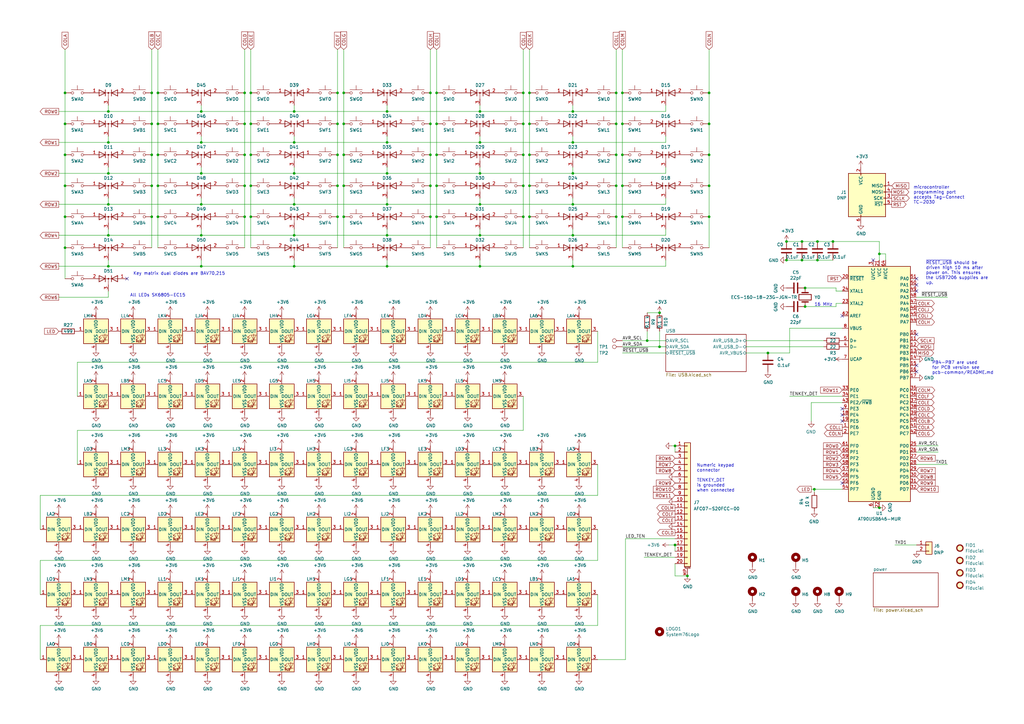
<source format=kicad_sch>
(kicad_sch (version 20211123) (generator eeschema)
  (paper "A3")
  (title_block (title "Launch ISO") (date "2022-08-16") (rev "2.0") (company "System76"))
  (junction (at 102.87 76.2))
  (junction (at 158.75 109.22))
  (junction (at 341.63 99.06))
  (junction (at 120.65 83.82))
  (junction (at 62.23 38.1))
  (junction (at 120.65 109.22))
  (junction (at 120.65 45.72))
  (junction (at 252.73 38.1))
  (junction (at 196.85 71.12))
  (junction (at 252.73 76.2))
  (junction (at 44.45 58.42))
  (junction (at 140.97 76.2))
  (junction (at 64.77 88.9))
  (junction (at 176.53 88.9))
  (junction (at 255.27 50.8))
  (junction (at 322.58 99.06))
  (junction (at 330.2 125.73))
  (junction (at 138.43 88.9))
  (junction (at 176.53 63.5))
  (junction (at 140.97 50.8))
  (junction (at 138.43 76.2))
  (junction (at 100.33 76.2))
  (junction (at 265.43 139.7))
  (junction (at 290.83 38.1))
  (junction (at 158.75 83.82))
  (junction (at 44.45 109.22))
  (junction (at 82.55 45.72))
  (junction (at 270.51 128.27))
  (junction (at 234.95 71.12))
  (junction (at 64.77 76.2))
  (junction (at 328.93 106.68))
  (junction (at 179.07 63.5))
  (junction (at 234.95 45.72))
  (junction (at 196.85 45.72))
  (junction (at 214.63 63.5))
  (junction (at 158.75 45.72))
  (junction (at 82.55 109.22))
  (junction (at 328.93 99.06))
  (junction (at 158.75 96.52))
  (junction (at 176.53 38.1))
  (junction (at 217.17 50.8))
  (junction (at 234.95 96.52))
  (junction (at 217.17 38.1))
  (junction (at 82.55 58.42))
  (junction (at 44.45 83.82))
  (junction (at 176.53 76.2))
  (junction (at 179.07 38.1))
  (junction (at 140.97 63.5))
  (junction (at 214.63 38.1))
  (junction (at 64.77 38.1))
  (junction (at 140.97 38.1))
  (junction (at 120.65 96.52))
  (junction (at 314.96 144.78))
  (junction (at 26.67 50.8))
  (junction (at 335.28 99.06))
  (junction (at 255.27 88.9))
  (junction (at 62.23 76.2))
  (junction (at 214.63 50.8))
  (junction (at 234.95 109.22))
  (junction (at 100.33 88.9))
  (junction (at 100.33 38.1))
  (junction (at 140.97 88.9))
  (junction (at 26.67 63.5))
  (junction (at 322.58 106.68))
  (junction (at 290.83 63.5))
  (junction (at 176.53 50.8))
  (junction (at 179.07 76.2))
  (junction (at 100.33 50.8))
  (junction (at 82.55 83.82))
  (junction (at 44.45 96.52))
  (junction (at 290.83 76.2))
  (junction (at 214.63 88.9))
  (junction (at 102.87 38.1))
  (junction (at 335.28 106.68))
  (junction (at 255.27 63.5))
  (junction (at 196.85 109.22))
  (junction (at 120.65 71.12))
  (junction (at 179.07 88.9))
  (junction (at 82.55 71.12))
  (junction (at 44.45 45.72))
  (junction (at 290.83 50.8))
  (junction (at 62.23 63.5))
  (junction (at 158.75 71.12))
  (junction (at 214.63 76.2))
  (junction (at 26.67 101.6))
  (junction (at 26.67 38.1))
  (junction (at 64.77 63.5))
  (junction (at 217.17 76.2))
  (junction (at 62.23 50.8))
  (junction (at 26.67 88.9))
  (junction (at 44.45 71.12))
  (junction (at 252.73 88.9))
  (junction (at 217.17 63.5))
  (junction (at 217.17 88.9))
  (junction (at 138.43 50.8))
  (junction (at 276.86 182.88))
  (junction (at 334.01 200.66))
  (junction (at 290.83 88.9))
  (junction (at 234.95 83.82))
  (junction (at 276.86 223.52))
  (junction (at 330.2 118.11))
  (junction (at 62.23 88.9))
  (junction (at 360.68 104.14))
  (junction (at 100.33 63.5))
  (junction (at 26.67 76.2))
  (junction (at 158.75 58.42))
  (junction (at 255.27 76.2))
  (junction (at 120.65 58.42))
  (junction (at 252.73 50.8))
  (junction (at 360.68 208.28))
  (junction (at 196.85 96.52))
  (junction (at 196.85 83.82))
  (junction (at 255.27 38.1))
  (junction (at 234.95 58.42))
  (junction (at 138.43 63.5))
  (junction (at 102.87 63.5))
  (junction (at 252.73 63.5))
  (junction (at 82.55 96.52))
  (junction (at 102.87 50.8))
  (junction (at 102.87 88.9))
  (junction (at 64.77 50.8))
  (junction (at 196.85 58.42))
  (junction (at 281.94 236.22))
  (junction (at 179.07 50.8))
  (junction (at 138.43 38.1))
  (junction (at 270.51 142.24))
  (no_connect (at 358.14 106.68))
  (no_connect (at 52.07 114.3))
  (no_connect (at 345.44 129.54))
  (no_connect (at 375.92 137.16))
  (no_connect (at 375.92 119.38))
  (no_connect (at 375.92 116.84))
  (no_connect (at 375.92 114.3))
  (no_connect (at 345.44 167.64))
  (no_connect (at 345.44 198.12))
  (no_connect (at 345.44 170.18))
  (no_connect (at 345.44 172.72))
  (no_connect (at 375.92 152.4))
  (no_connect (at 375.92 149.86))
  (wire (pts (xy 290.83 50.8) (xy 290.83 63.5)))
  (wire (pts (xy 330.2 125.73) (xy 342.9 125.73)))
  (wire (pts (xy 120.65 96.52) (xy 158.75 96.52)))
  (wire (pts (xy 24.13 45.72) (xy 44.45 45.72)))
  (wire (pts (xy 140.97 88.9) (xy 140.97 101.6)))
  (wire (pts (xy 100.33 76.2) (xy 100.33 88.9)))
  (wire (pts (xy 328.93 99.06) (xy 322.58 99.06)))
  (wire (pts (xy 345.44 124.46) (xy 342.9 124.46)))
  (wire (pts (xy 217.17 88.9) (xy 217.17 101.6)))
  (wire (pts (xy 252.73 63.5) (xy 252.73 76.2)))
  (wire (pts (xy 64.77 76.2) (xy 64.77 88.9)))
  (wire (pts (xy 44.45 121.92) (xy 44.45 119.38)))
  (wire (pts (xy 100.33 63.5) (xy 100.33 76.2)))
  (wire (pts (xy 24.13 83.82) (xy 44.45 83.82)))
  (wire (pts (xy 138.43 20.32) (xy 138.43 38.1)))
  (wire (pts (xy 44.45 68.58) (xy 44.45 71.12)))
  (wire (pts (xy 44.45 55.88) (xy 44.45 58.42)))
  (wire (pts (xy 31.75 190.5) (xy 31.75 176.53)))
  (wire (pts (xy 102.87 20.32) (xy 102.87 38.1)))
  (wire (pts (xy 102.87 76.2) (xy 102.87 88.9)))
  (wire (pts (xy 264.16 228.6) (xy 276.86 228.6)))
  (wire (pts (xy 273.05 96.52) (xy 273.05 93.98)))
  (wire (pts (xy 360.68 106.68) (xy 360.68 104.14)))
  (wire (pts (xy 234.95 106.68) (xy 234.95 109.22)))
  (wire (pts (xy 82.55 55.88) (xy 82.55 58.42)))
  (wire (pts (xy 176.53 38.1) (xy 176.53 50.8)))
  (wire (pts (xy 367.03 223.52) (xy 375.92 223.52)))
  (wire (pts (xy 62.23 63.5) (xy 62.23 50.8)))
  (wire (pts (xy 138.43 38.1) (xy 138.43 50.8)))
  (wire (pts (xy 140.97 76.2) (xy 140.97 88.9)))
  (wire (pts (xy 196.85 96.52) (xy 158.75 96.52)))
  (wire (pts (xy 196.85 109.22) (xy 234.95 109.22)))
  (wire (pts (xy 234.95 68.58) (xy 234.95 71.12)))
  (wire (pts (xy 255.27 63.5) (xy 255.27 76.2)))
  (wire (pts (xy 273.05 83.82) (xy 273.05 81.28)))
  (wire (pts (xy 179.07 76.2) (xy 179.07 88.9)))
  (wire (pts (xy 82.55 45.72) (xy 120.65 45.72)))
  (wire (pts (xy 276.86 231.14) (xy 276.86 236.22)))
  (wire (pts (xy 214.63 20.32) (xy 214.63 38.1)))
  (wire (pts (xy 158.75 109.22) (xy 158.75 106.68)))
  (wire (pts (xy 270.51 128.27) (xy 265.43 128.27)))
  (wire (pts (xy 341.63 106.68) (xy 335.28 106.68)))
  (wire (pts (xy 214.63 76.2) (xy 214.63 88.9)))
  (wire (pts (xy 140.97 38.1) (xy 140.97 50.8)))
  (wire (pts (xy 334.01 200.66) (xy 332.74 200.66)))
  (wire (pts (xy 323.85 162.56) (xy 345.44 162.56)))
  (wire (pts (xy 196.85 68.58) (xy 196.85 71.12)))
  (wire (pts (xy 82.55 71.12) (xy 120.65 71.12)))
  (wire (pts (xy 388.62 121.92) (xy 375.92 121.92)))
  (wire (pts (xy 345.44 119.38) (xy 342.9 119.38)))
  (wire (pts (xy 214.63 176.53) (xy 214.63 162.56)))
  (wire (pts (xy 270.51 142.24) (xy 273.05 142.24)))
  (wire (pts (xy 100.33 38.1) (xy 100.33 50.8)))
  (wire (pts (xy 328.93 106.68) (xy 322.58 106.68)))
  (wire (pts (xy 252.73 50.8) (xy 252.73 63.5)))
  (wire (pts (xy 44.45 83.82) (xy 82.55 83.82)))
  (wire (pts (xy 179.07 38.1) (xy 179.07 50.8)))
  (wire (pts (xy 26.67 20.32) (xy 26.67 38.1)))
  (wire (pts (xy 158.75 71.12) (xy 158.75 68.58)))
  (wire (pts (xy 196.85 109.22) (xy 158.75 109.22)))
  (wire (pts (xy 44.45 106.68) (xy 44.45 109.22)))
  (wire (pts (xy 270.51 135.89) (xy 270.51 142.24)))
  (wire (pts (xy 16.51 217.17) (xy 16.51 203.2)))
  (wire (pts (xy 342.9 119.38) (xy 342.9 118.11)))
  (wire (pts (xy 82.55 58.42) (xy 120.65 58.42)))
  (wire (pts (xy 158.75 45.72) (xy 158.75 43.18)))
  (wire (pts (xy 255.27 88.9) (xy 255.27 101.6)))
  (wire (pts (xy 234.95 55.88) (xy 234.95 58.42)))
  (wire (pts (xy 179.07 20.32) (xy 179.07 38.1)))
  (wire (pts (xy 358.14 208.28) (xy 360.68 208.28)))
  (wire (pts (xy 16.51 270.51) (xy 16.51 256.54)))
  (wire (pts (xy 196.85 96.52) (xy 234.95 96.52)))
  (wire (pts (xy 138.43 63.5) (xy 138.43 76.2)))
  (wire (pts (xy 82.55 106.68) (xy 82.55 109.22)))
  (wire (pts (xy 363.22 104.14) (xy 360.68 104.14)))
  (wire (pts (xy 265.43 139.7) (xy 273.05 139.7)))
  (wire (pts (xy 24.13 96.52) (xy 44.45 96.52)))
  (wire (pts (xy 290.83 20.32) (xy 290.83 38.1)))
  (wire (pts (xy 290.83 88.9) (xy 290.83 101.6)))
  (wire (pts (xy 214.63 63.5) (xy 214.63 76.2)))
  (wire (pts (xy 120.65 43.18) (xy 120.65 45.72)))
  (wire (pts (xy 196.85 81.28) (xy 196.85 83.82)))
  (wire (pts (xy 62.23 20.32) (xy 62.23 38.1)))
  (wire (pts (xy 102.87 63.5) (xy 102.87 76.2)))
  (wire (pts (xy 24.13 121.92) (xy 44.45 121.92)))
  (wire (pts (xy 323.85 144.78) (xy 323.85 134.62)))
  (wire (pts (xy 44.45 93.98) (xy 44.45 96.52)))
  (wire (pts (xy 245.11 270.51) (xy 256.54 270.51)))
  (wire (pts (xy 44.45 109.22) (xy 82.55 109.22)))
  (wire (pts (xy 234.95 45.72) (xy 273.05 45.72)))
  (wire (pts (xy 214.63 50.8) (xy 214.63 63.5)))
  (wire (pts (xy 120.65 106.68) (xy 120.65 109.22)))
  (wire (pts (xy 265.43 135.89) (xy 265.43 139.7)))
  (wire (pts (xy 276.86 236.22) (xy 281.94 236.22)))
  (wire (pts (xy 290.83 38.1) (xy 290.83 50.8)))
  (wire (pts (xy 234.95 93.98) (xy 234.95 96.52)))
  (wire (pts (xy 234.95 109.22) (xy 273.05 109.22)))
  (wire (pts (xy 234.95 83.82) (xy 273.05 83.82)))
  (wire (pts (xy 100.33 20.32) (xy 100.33 38.1)))
  (wire (pts (xy 196.85 45.72) (xy 158.75 45.72)))
  (wire (pts (xy 64.77 50.8) (xy 64.77 63.5)))
  (wire (pts (xy 276.86 223.52) (xy 276.86 226.06)))
  (wire (pts (xy 252.73 20.32) (xy 252.73 38.1)))
  (wire (pts (xy 255.27 142.24) (xy 270.51 142.24)))
  (wire (pts (xy 62.23 63.5) (xy 62.23 76.2)))
  (wire (pts (xy 196.85 45.72) (xy 234.95 45.72)))
  (wire (pts (xy 138.43 50.8) (xy 138.43 63.5)))
  (wire (pts (xy 179.07 63.5) (xy 179.07 76.2)))
  (wire (pts (xy 176.53 88.9) (xy 176.53 101.6)))
  (wire (pts (xy 342.9 124.46) (xy 342.9 125.73)))
  (wire (pts (xy 176.53 20.32) (xy 176.53 38.1)))
  (wire (pts (xy 255.27 38.1) (xy 255.27 50.8)))
  (wire (pts (xy 44.45 71.12) (xy 82.55 71.12)))
  (wire (pts (xy 217.17 63.5) (xy 217.17 76.2)))
  (wire (pts (xy 255.27 50.8) (xy 255.27 63.5)))
  (wire (pts (xy 64.77 63.5) (xy 64.77 76.2)))
  (wire (pts (xy 120.65 93.98) (xy 120.65 96.52)))
  (wire (pts (xy 44.45 58.42) (xy 82.55 58.42)))
  (wire (pts (xy 217.17 20.32) (xy 217.17 38.1)))
  (wire (pts (xy 62.23 88.9) (xy 62.23 101.6)))
  (wire (pts (xy 24.13 58.42) (xy 44.45 58.42)))
  (wire (pts (xy 306.07 144.78) (xy 314.96 144.78)))
  (wire (pts (xy 196.85 71.12) (xy 234.95 71.12)))
  (wire (pts (xy 64.77 38.1) (xy 64.77 50.8)))
  (wire (pts (xy 26.67 76.2) (xy 26.67 88.9)))
  (wire (pts (xy 62.23 38.1) (xy 62.23 50.8)))
  (wire (pts (xy 82.55 83.82) (xy 120.65 83.82)))
  (wire (pts (xy 306.07 139.7) (xy 337.82 139.7)))
  (wire (pts (xy 31.75 148.59) (xy 245.11 148.59)))
  (wire (pts (xy 140.97 20.32) (xy 140.97 38.1)))
  (wire (pts (xy 196.85 83.82) (xy 158.75 83.82)))
  (wire (pts (xy 16.51 229.87) (xy 245.11 229.87)))
  (wire (pts (xy 179.07 50.8) (xy 179.07 63.5)))
  (wire (pts (xy 82.55 93.98) (xy 82.55 96.52)))
  (wire (pts (xy 138.43 88.9) (xy 138.43 101.6)))
  (wire (pts (xy 345.44 200.66) (xy 334.01 200.66)))
  (wire (pts (xy 44.45 43.18) (xy 44.45 45.72)))
  (wire (pts (xy 276.86 220.98) (xy 256.54 220.98)))
  (wire (pts (xy 179.07 88.9) (xy 179.07 101.6)))
  (wire (pts (xy 274.32 223.52) (xy 276.86 223.52)))
  (wire (pts (xy 176.53 63.5) (xy 176.53 76.2)))
  (wire (pts (xy 16.51 256.54) (xy 245.11 256.54)))
  (wire (pts (xy 214.63 38.1) (xy 214.63 50.8)))
  (wire (pts (xy 314.96 144.78) (xy 323.85 144.78)))
  (wire (pts (xy 323.85 134.62) (xy 345.44 134.62)))
  (wire (pts (xy 252.73 38.1) (xy 252.73 50.8)))
  (wire (pts (xy 26.67 38.1) (xy 26.67 50.8)))
  (wire (pts (xy 158.75 58.42) (xy 158.75 55.88)))
  (wire (pts (xy 138.43 76.2) (xy 138.43 88.9)))
  (wire (pts (xy 363.22 106.68) (xy 363.22 104.14)))
  (wire (pts (xy 217.17 50.8) (xy 217.17 63.5)))
  (wire (pts (xy 335.28 106.68) (xy 328.93 106.68)))
  (wire (pts (xy 255.27 144.78) (xy 273.05 144.78)))
  (wire (pts (xy 102.87 88.9) (xy 102.87 101.6)))
  (wire (pts (xy 255.27 76.2) (xy 255.27 88.9)))
  (wire (pts (xy 16.51 203.2) (xy 245.11 203.2)))
  (wire (pts (xy 196.85 106.68) (xy 196.85 109.22)))
  (wire (pts (xy 44.45 45.72) (xy 82.55 45.72)))
  (wire (pts (xy 275.59 182.88) (xy 276.86 182.88)))
  (wire (pts (xy 196.85 58.42) (xy 158.75 58.42)))
  (wire (pts (xy 26.67 88.9) (xy 26.67 101.6)))
  (wire (pts (xy 140.97 50.8) (xy 140.97 63.5)))
  (wire (pts (xy 158.75 83.82) (xy 158.75 81.28)))
  (wire (pts (xy 82.55 83.82) (xy 82.55 81.28)))
  (wire (pts (xy 196.85 93.98) (xy 196.85 96.52)))
  (wire (pts (xy 82.55 45.72) (xy 82.55 43.18)))
  (wire (pts (xy 252.73 88.9) (xy 252.73 101.6)))
  (wire (pts (xy 196.85 43.18) (xy 196.85 45.72)))
  (wire (pts (xy 255.27 20.32) (xy 255.27 38.1)))
  (wire (pts (xy 26.67 63.5) (xy 26.67 76.2)))
  (wire (pts (xy 120.65 71.12) (xy 158.75 71.12)))
  (wire (pts (xy 120.65 109.22) (xy 158.75 109.22)))
  (wire (pts (xy 100.33 88.9) (xy 100.33 101.6)))
  (wire (pts (xy 245.11 229.87) (xy 245.11 217.17)))
  (wire (pts (xy 26.67 101.6) (xy 26.67 114.3)))
  (wire (pts (xy 100.33 50.8) (xy 100.33 63.5)))
  (wire (pts (xy 255.27 139.7) (xy 265.43 139.7)))
  (wire (pts (xy 245.11 148.59) (xy 245.11 135.89)))
  (wire (pts (xy 31.75 176.53) (xy 214.63 176.53)))
  (wire (pts (xy 290.83 63.5) (xy 290.83 76.2)))
  (wire (pts (xy 290.83 76.2) (xy 290.83 88.9)))
  (wire (pts (xy 120.65 83.82) (xy 158.75 83.82)))
  (wire (pts (xy 245.11 256.54) (xy 245.11 243.84)))
  (wire (pts (xy 341.63 99.06) (xy 360.68 99.06)))
  (wire (pts (xy 82.55 109.22) (xy 120.65 109.22)))
  (wire (pts (xy 82.55 68.58) (xy 82.55 71.12)))
  (wire (pts (xy 120.65 45.72) (xy 158.75 45.72)))
  (wire (pts (xy 245.11 203.2) (xy 245.11 190.5)))
  (wire (pts (xy 62.23 76.2) (xy 62.23 88.9)))
  (wire (pts (xy 273.05 109.22) (xy 273.05 106.68)))
  (wire (pts (xy 31.75 148.59) (xy 31.75 162.56)))
  (wire (pts (xy 44.45 81.28) (xy 44.45 83.82)))
  (wire (pts (xy 16.51 243.84) (xy 16.51 229.87)))
  (wire (pts (xy 196.85 58.42) (xy 234.95 58.42)))
  (wire (pts (xy 102.87 38.1) (xy 102.87 50.8)))
  (wire (pts (xy 120.65 55.88) (xy 120.65 58.42)))
  (wire (pts (xy 360.68 104.14) (xy 360.68 99.06)))
  (wire (pts (xy 234.95 71.12) (xy 273.05 71.12)))
  (wire (pts (xy 306.07 142.24) (xy 337.82 142.24)))
  (wire (pts (xy 140.97 63.5) (xy 140.97 76.2)))
  (wire (pts (xy 384.81 182.88) (xy 375.92 182.88)))
  (wire (pts (xy 214.63 88.9) (xy 214.63 101.6)))
  (wire (pts (xy 234.95 81.28) (xy 234.95 83.82)))
  (wire (pts (xy 82.55 96.52) (xy 120.65 96.52)))
  (wire (pts (xy 102.87 50.8) (xy 102.87 63.5)))
  (wire (pts (xy 273.05 45.72) (xy 273.05 43.18)))
  (wire (pts (xy 64.77 88.9) (xy 64.77 101.6)))
  (wire (pts (xy 384.81 185.42) (xy 375.92 185.42)))
  (wire (pts (xy 345.44 165.1) (xy 332.74 165.1)))
  (wire (pts (xy 332.74 165.1) (xy 332.74 172.72)))
  (wire (pts (xy 158.75 96.52) (xy 158.75 93.98)))
  (wire (pts (xy 234.95 58.42) (xy 273.05 58.42)))
  (wire (pts (xy 24.13 109.22) (xy 44.45 109.22)))
  (wire (pts (xy 388.62 190.5) (xy 375.92 190.5)))
  (wire (pts (xy 234.95 43.18) (xy 234.95 45.72)))
  (wire (pts (xy 120.65 81.28) (xy 120.65 83.82)))
  (wire (pts (xy 252.73 76.2) (xy 252.73 88.9)))
  (wire (pts (xy 196.85 83.82) (xy 234.95 83.82)))
  (wire (pts (xy 196.85 71.12) (xy 158.75 71.12)))
  (wire (pts (xy 176.53 50.8) (xy 176.53 63.5)))
  (wire (pts (xy 341.63 99.06) (xy 335.28 99.06)))
  (wire (pts (xy 26.67 50.8) (xy 26.67 63.5)))
  (wire (pts (xy 335.28 99.06) (xy 328.93 99.06)))
  (wire (pts (xy 273.05 58.42) (xy 273.05 55.88)))
  (wire (pts (xy 217.17 38.1) (xy 217.17 50.8)))
  (wire (pts (xy 120.65 58.42) (xy 158.75 58.42)))
  (wire (pts (xy 273.05 71.12) (xy 273.05 68.58)))
  (wire (pts (xy 276.86 182.88) (xy 276.86 185.42)))
  (wire (pts (xy 334.01 201.93) (xy 334.01 200.66)))
  (wire (pts (xy 330.2 118.11) (xy 342.9 118.11)))
  (wire (pts (xy 176.53 76.2) (xy 176.53 88.9)))
  (wire (pts (xy 256.54 220.98) (xy 256.54 270.51)))
  (wire (pts (xy 120.65 68.58) (xy 120.65 71.12)))
  (wire (pts (xy 24.13 71.12) (xy 44.45 71.12)))
  (wire (pts (xy 217.17 76.2) (xy 217.17 88.9)))
  (wire (pts (xy 196.85 55.88) (xy 196.85 58.42)))
  (wire (pts (xy 234.95 96.52) (xy 273.05 96.52)))
  (wire (pts (xy 64.77 20.32) (xy 64.77 38.1)))
  (wire (pts (xy 44.45 96.52) (xy 82.55 96.52)))
  (text "Key matrix dual diodes are BAV70,215" (at 54.61 113.03 0) (effects (font (size 1.27 1.27)) (justify left bottom)))
  (text "Numeric keypad\nconnector\n\nTENKEY_DET\nis grounded\nwhen connected" (at 285.75 201.93 0) (effects (font (size 1.27 1.27)) (justify left bottom)))
  (text "All LEDs SK6805-EC15" (at 53.34 121.92 0) (effects (font (size 1.27 1.27)) (justify left bottom)))
  (text "~{RESET_USB} should be\ndriven high 10 ms after\npower on. This ensures\nthe USB7206 supplies are\nup." (at 379.73 116.84 0) (effects (font (size 1.27 1.27)) (justify left bottom)))
  (text "16 MHz" (at 334.01 125.73 0) (effects (font (size 1.27 1.27)) (justify left bottom)))
  (text "microcontroller\nprogramming port\naccepts Tag-Connect\nTC-2030" (at 374.65 83.82 0) (effects (font (size 1.27 1.27)) (justify left bottom)))
  (text "PB4-PB7 are used\nfor PCB version see\npcb-common/README.md" (at 382.27 153.67 0) (effects (font (size 1.27 1.27)) (justify left bottom)))
  (label "~{RESET_USB}" (at 255.27 144.78 0))
  (label "LED_TEN" (at 256.54 220.98 0))
  (label "AVR_SCL" (at 384.81 182.88 180))
  (label "TXD1" (at 388.62 190.5 180))
  (label "AVR_SDA" (at 255.27 142.24 0))
  (label "~{RESET_USB}" (at 388.62 121.92 180))
  (label "TENKEY_DET" (at 264.16 228.6 0))
  (label "AVR_SDA" (at 384.81 185.42 180))
  (label "TXD1" (at 367.03 223.52 0))
  (label "TENKEY_DET" (at 323.85 162.56 0))
  (label "AVR_SCL" (at 255.27 139.7 0))
  (global_label "ROW5" (shape input) (at 345.44 195.58 180) (property "Intersheet References" "${INTERSHEET_REFS}" (effects hide)))
  (global_label "COLL" (shape output) (at 345.44 175.26 180) (property "Intersheet References" "${INTERSHEET_REFS}" (effects hide)))
  (global_label "ROW1" (shape input) (at 345.44 185.42 180) (property "Intersheet References" "${INTERSHEET_REFS}" (effects hide)))
  (global_label "COLN" (shape input) (at 290.83 20.32 90) (property "Intersheet References" "${INTERSHEET_REFS}" (effects hide)))
  (global_label "RST" (shape output) (at 365.76 83.82 0) (property "Intersheet References" "${INTERSHEET_REFS}" (effects hide)))
  (global_label "ROW3" (shape input) (at 345.44 190.5 180) (property "Intersheet References" "${INTERSHEET_REFS}" (effects hide)))
  (global_label "COLA" (shape output) (at 375.92 175.26 0) (property "Intersheet References" "${INTERSHEET_REFS}" (effects hide)))
  (global_label "COLM" (shape output) (at 375.92 160.02 0) (property "Intersheet References" "${INTERSHEET_REFS}" (effects hide)))
  (global_label "ROW8" (shape input) (at 375.92 195.58 0) (property "Intersheet References" "${INTERSHEET_REFS}" (effects hide)))
  (global_label "COLB" (shape output) (at 375.92 172.72 0) (property "Intersheet References" "${INTERSHEET_REFS}" (effects hide)))
  (global_label "COLK" (shape output) (at 375.92 124.46 0) (property "Intersheet References" "${INTERSHEET_REFS}" (effects hide)))
  (global_label "LED" (shape input) (at 24.13 135.89 180) (property "Intersheet References" "${INTERSHEET_REFS}" (effects hide)))
  (global_label "ROW11" (shape input) (at 276.86 203.2 180) (property "Intersheet References" "${INTERSHEET_REFS}" (effects hide)))
  (global_label "ROW6" (shape output) (at 24.13 121.92 180) (property "Intersheet References" "${INTERSHEET_REFS}" (effects hide)))
  (global_label "ROW9" (shape input) (at 375.92 198.12 0) (property "Intersheet References" "${INTERSHEET_REFS}" (effects hide)))
  (global_label "ROW0" (shape output) (at 24.13 45.72 180) (property "Intersheet References" "${INTERSHEET_REFS}" (effects hide)))
  (global_label "COLL" (shape input) (at 252.73 20.32 90) (property "Intersheet References" "${INTERSHEET_REFS}" (effects hide)))
  (global_label "ROW5" (shape output) (at 24.13 109.22 180) (property "Intersheet References" "${INTERSHEET_REFS}" (effects hide)))
  (global_label "ROW1" (shape output) (at 24.13 58.42 180) (property "Intersheet References" "${INTERSHEET_REFS}" (effects hide)))
  (global_label "ROW7" (shape input) (at 375.92 193.04 0) (property "Intersheet References" "${INTERSHEET_REFS}" (effects hide)))
  (global_label "ROW6" (shape input) (at 276.86 187.96 180) (property "Intersheet References" "${INTERSHEET_REFS}" (effects hide)))
  (global_label "ROW2" (shape input) (at 345.44 187.96 180) (property "Intersheet References" "${INTERSHEET_REFS}" (effects hide)))
  (global_label "COLM" (shape input) (at 255.27 20.32 90) (property "Intersheet References" "${INTERSHEET_REFS}" (effects hide)))
  (global_label "ROW0" (shape input) (at 345.44 182.88 180) (property "Intersheet References" "${INTERSHEET_REFS}" (effects hide)))
  (global_label "SCLK" (shape output) (at 365.76 81.28 0) (property "Intersheet References" "${INTERSHEET_REFS}" (effects hide)))
  (global_label "MOSI" (shape input) (at 375.92 142.24 0) (property "Intersheet References" "${INTERSHEET_REFS}" (effects hide)))
  (global_label "MISO" (shape input) (at 365.76 76.2 0) (property "Intersheet References" "${INTERSHEET_REFS}" (effects hide)))
  (global_label "MOSI" (shape output) (at 365.76 78.74 0) (property "Intersheet References" "${INTERSHEET_REFS}" (effects hide)))
  (global_label "COLG" (shape output) (at 375.92 177.8 0) (property "Intersheet References" "${INTERSHEET_REFS}" (effects hide)))
  (global_label "SCLK" (shape input) (at 375.92 139.7 0) (property "Intersheet References" "${INTERSHEET_REFS}" (effects hide)))
  (global_label "COLN" (shape output) (at 345.44 177.8 180) (property "Intersheet References" "${INTERSHEET_REFS}" (effects hide)))
  (global_label "COLK" (shape input) (at 217.17 20.32 90) (property "Intersheet References" "${INTERSHEET_REFS}" (effects hide)))
  (global_label "COLC" (shape input) (at 64.77 20.32 90) (property "Intersheet References" "${INTERSHEET_REFS}" (effects hide)))
  (global_label "ROW2" (shape output) (at 24.13 71.12 180) (property "Intersheet References" "${INTERSHEET_REFS}" (effects hide)))
  (global_label "RST" (shape input) (at 345.44 114.3 180) (property "Intersheet References" "${INTERSHEET_REFS}" (effects hide)))
  (global_label "ROW10" (shape input) (at 276.86 200.66 180) (property "Intersheet References" "${INTERSHEET_REFS}" (effects hide)))
  (global_label "COLE" (shape output) (at 375.92 165.1 0) (property "Intersheet References" "${INTERSHEET_REFS}" (effects hide)))
  (global_label "LED" (shape output) (at 332.74 200.66 180) (property "Intersheet References" "${INTERSHEET_REFS}" (effects hide)))
  (global_label "COLD" (shape output) (at 276.86 218.44 180) (property "Intersheet References" "${INTERSHEET_REFS}" (effects hide)))
  (global_label "ROW3" (shape output) (at 24.13 83.82 180) (property "Intersheet References" "${INTERSHEET_REFS}" (effects hide)))
  (global_label "ROW11" (shape input) (at 345.44 160.02 180) (property "Intersheet References" "${INTERSHEET_REFS}" (effects hide)))
  (global_label "COLJ" (shape input) (at 214.63 20.32 90) (property "Intersheet References" "${INTERSHEET_REFS}" (effects hide)))
  (global_label "COLI" (shape input) (at 179.07 20.32 90) (property "Intersheet References" "${INTERSHEET_REFS}" (effects hide)))
  (global_label "ROW4" (shape input) (at 345.44 193.04 180) (property "Intersheet References" "${INTERSHEET_REFS}" (effects hide)))
  (global_label "COLM" (shape output) (at 276.86 208.28 180) (property "Intersheet References" "${INTERSHEET_REFS}" (effects hide)))
  (global_label "ROW8" (shape input) (at 276.86 193.04 180) (property "Intersheet References" "${INTERSHEET_REFS}" (effects hide)))
  (global_label "ROW4" (shape output) (at 24.13 96.52 180) (property "Intersheet References" "${INTERSHEET_REFS}" (effects hide)))
  (global_label "ROW9" (shape input) (at 276.86 198.12 180) (property "Intersheet References" "${INTERSHEET_REFS}" (effects hide)))
  (global_label "COLH" (shape output) (at 375.92 132.08 0) (property "Intersheet References" "${INTERSHEET_REFS}" (effects hide)))
  (global_label "COLF" (shape output) (at 375.92 162.56 0) (property "Intersheet References" "${INTERSHEET_REFS}" (effects hide)))
  (global_label "COLE" (shape output) (at 276.86 213.36 180) (property "Intersheet References" "${INTERSHEET_REFS}" (effects hide)))
  (global_label "MISO" (shape output) (at 375.92 144.78 0) (property "Intersheet References" "${INTERSHEET_REFS}" (effects hide)))
  (global_label "COLF" (shape output) (at 276.86 210.82 180) (property "Intersheet References" "${INTERSHEET_REFS}" (effects hide)))
  (global_label "COLG" (shape input) (at 140.97 20.32 90) (property "Intersheet References" "${INTERSHEET_REFS}" (effects hide)))
  (global_label "ROW10" (shape input) (at 375.92 200.66 0) (property "Intersheet References" "${INTERSHEET_REFS}" (effects hide)))
  (global_label "COLJ" (shape output) (at 375.92 127 0) (property "Intersheet References" "${INTERSHEET_REFS}" (effects hide)))
  (global_label "COLA" (shape input) (at 26.67 20.32 90) (property "Intersheet References" "${INTERSHEET_REFS}" (effects hide)))
  (global_label "ROW6" (shape input) (at 375.92 187.96 0) (property "Intersheet References" "${INTERSHEET_REFS}" (effects hide)))
  (global_label "COLI" (shape output) (at 375.92 129.54 0) (property "Intersheet References" "${INTERSHEET_REFS}" (effects hide)))
  (global_label "COLD" (shape output) (at 375.92 167.64 0) (property "Intersheet References" "${INTERSHEET_REFS}" (effects hide)))
  (global_label "COLF" (shape input) (at 138.43 20.32 90) (property "Intersheet References" "${INTERSHEET_REFS}" (effects hide)))
  (global_label "COLE" (shape input) (at 102.87 20.32 90) (property "Intersheet References" "${INTERSHEET_REFS}" (effects hide)))
  (global_label "ROW7" (shape input) (at 276.86 190.5 180) (property "Intersheet References" "${INTERSHEET_REFS}" (effects hide)))
  (global_label "COLD" (shape input) (at 100.33 20.32 90) (property "Intersheet References" "${INTERSHEET_REFS}" (effects hide)))
  (global_label "COLH" (shape input) (at 176.53 20.32 90) (property "Intersheet References" "${INTERSHEET_REFS}" (effects hide)))
  (global_label "COLB" (shape input) (at 62.23 20.32 90) (property "Intersheet References" "${INTERSHEET_REFS}" (effects hide)))
  (global_label "COLC" (shape output) (at 375.92 170.18 0) (property "Intersheet References" "${INTERSHEET_REFS}" (effects hide)))
  (symbol (lib_id "Switch:SW_Push") (at 31.75 38.1 0) (unit 1)
    (property "Reference" "SWA0" (at 31.75 40.64 0))
    (property "Value" "CPG151101S11" (effects hide))
    (property "Footprint" "Kailh:Kailh_socket_MX" (effects hide))
    (property "Manufacturer" "Kailh" (effects hide))
  )
  (symbol (lib_id "Switch:SW_Push") (at 57.15 38.1 0) (mirror y) (unit 1)
    (property "Reference" "SWB0" (at 57.15 40.64 0))
    (property "Value" "CPG151101S11" (effects hide))
    (property "Footprint" "Kailh:Kailh_socket_MX" (effects hide))
    (property "Manufacturer" "Kailh" (effects hide))
  )
  (symbol (lib_id "Switch:SW_Push") (at 69.85 38.1 0) (unit 1)
    (property "Reference" "SWC0" (at 69.85 40.64 0))
    (property "Value" "CPG151101S11" (effects hide))
    (property "Footprint" "Kailh:Kailh_socket_MX" (effects hide))
    (property "Manufacturer" "Kailh" (effects hide))
  )
  (symbol (lib_id "Switch:SW_Push") (at 95.25 38.1 0) (mirror y) (unit 1)
    (property "Reference" "SWD0" (at 95.25 40.64 0))
    (property "Value" "CPG151101S11" (effects hide))
    (property "Footprint" "Kailh:Kailh_socket_MX" (effects hide))
    (property "Manufacturer" "Kailh" (effects hide))
  )
  (symbol (lib_id "Switch:SW_Push") (at 107.95 38.1 0) (unit 1)
    (property "Reference" "SWE0" (at 107.95 40.64 0))
    (property "Value" "CPG151101S11" (effects hide))
    (property "Footprint" "Kailh:Kailh_socket_MX" (effects hide))
    (property "Manufacturer" "Kailh" (effects hide))
  )
  (symbol (lib_id "Switch:SW_Push") (at 133.35 38.1 0) (mirror y) (unit 1)
    (property "Reference" "SWF0" (at 133.35 40.64 0))
    (property "Value" "CPG151101S11" (effects hide))
    (property "Footprint" "Kailh:Kailh_socket_MX" (effects hide))
    (property "Manufacturer" "Kailh" (effects hide))
  )
  (symbol (lib_id "Switch:SW_Push") (at 146.05 38.1 0) (unit 1)
    (property "Reference" "SWG0" (at 146.05 40.64 0))
    (property "Value" "CPG151101S11" (effects hide))
    (property "Footprint" "Kailh:Kailh_socket_MX" (effects hide))
    (property "Manufacturer" "Kailh" (effects hide))
  )
  (symbol (lib_id "Switch:SW_Push") (at 171.45 38.1 0) (mirror y) (unit 1)
    (property "Reference" "SWH0" (at 171.45 40.64 0))
    (property "Value" "CPG151101S11" (effects hide))
    (property "Footprint" "Kailh:Kailh_socket_MX" (effects hide))
    (property "Manufacturer" "Kailh" (effects hide))
  )
  (symbol (lib_id "Switch:SW_Push") (at 184.15 38.1 0) (unit 1)
    (property "Reference" "SWI0" (at 184.15 40.64 0))
    (property "Value" "CPG151101S11" (effects hide))
    (property "Footprint" "Kailh:Kailh_socket_MX" (effects hide))
    (property "Manufacturer" "Kailh" (effects hide))
  )
  (symbol (lib_id "Switch:SW_Push") (at 209.55 38.1 0) (mirror y) (unit 1)
    (property "Reference" "SWJ0" (at 209.55 40.64 0))
    (property "Value" "CPG151101S11" (effects hide))
    (property "Footprint" "Kailh:Kailh_socket_MX" (effects hide))
    (property "Manufacturer" "Kailh" (effects hide))
  )
  (symbol (lib_id "Switch:SW_Push") (at 222.25 38.1 0) (unit 1)
    (property "Reference" "SWK0" (at 222.25 40.64 0))
    (property "Value" "CPG151101S11" (effects hide))
    (property "Footprint" "Kailh:Kailh_socket_MX" (effects hide))
    (property "Manufacturer" "Kailh" (effects hide))
  )
  (symbol (lib_id "Switch:SW_Push") (at 247.65 38.1 0) (mirror y) (unit 1)
    (property "Reference" "SWL0" (at 247.65 40.64 0))
    (property "Value" "CPG151101S11" (effects hide))
    (property "Footprint" "Kailh:Kailh_socket_MX" (effects hide))
    (property "Manufacturer" "Kailh" (effects hide))
  )
  (symbol (lib_id "Switch:SW_Push") (at 260.35 38.1 0) (unit 1)
    (property "Reference" "SWM0" (at 260.35 40.64 0))
    (property "Value" "CPG151101S11" (effects hide))
    (property "Footprint" "Kailh:Kailh_socket_MX" (effects hide))
    (property "Manufacturer" "Kailh" (effects hide))
  )
  (symbol (lib_id "Switch:SW_Push") (at 285.75 38.1 0) (mirror y) (unit 1)
    (property "Reference" "SWN0" (at 285.75 40.64 0))
    (property "Value" "CPG151101S11" (effects hide))
    (property "Footprint" "Kailh:Kailh_socket_MX" (effects hide))
    (property "Manufacturer" "Kailh" (effects hide))
  )
  (symbol (lib_id "Switch:SW_Push") (at 31.75 50.8 0) (unit 1)
    (property "Reference" "SWA1" (at 31.75 53.34 0))
    (property "Value" "CPG151101S11" (effects hide))
    (property "Footprint" "Kailh:Kailh_socket_MX" (effects hide))
    (property "Manufacturer" "Kailh" (effects hide))
  )
  (symbol (lib_id "Switch:SW_Push") (at 57.15 50.8 0) (mirror y) (unit 1)
    (property "Reference" "SWB1" (at 57.15 53.34 0))
    (property "Value" "CPG151101S11" (effects hide))
    (property "Footprint" "Kailh:Kailh_socket_MX" (effects hide))
    (property "Manufacturer" "Kailh" (effects hide))
  )
  (symbol (lib_id "Switch:SW_Push") (at 69.85 50.8 0) (unit 1)
    (property "Reference" "SWC1" (at 69.85 53.34 0))
    (property "Value" "CPG151101S11" (effects hide))
    (property "Footprint" "Kailh:Kailh_socket_MX" (effects hide))
    (property "Manufacturer" "Kailh" (effects hide))
  )
  (symbol (lib_id "Switch:SW_Push") (at 95.25 50.8 0) (mirror y) (unit 1)
    (property "Reference" "SWD1" (at 95.25 53.34 0))
    (property "Value" "CPG151101S11" (effects hide))
    (property "Footprint" "Kailh:Kailh_socket_MX" (effects hide))
    (property "Manufacturer" "Kailh" (effects hide))
  )
  (symbol (lib_id "Switch:SW_Push") (at 107.95 50.8 0) (unit 1)
    (property "Reference" "SWE1" (at 107.95 53.34 0))
    (property "Value" "CPG151101S11" (effects hide))
    (property "Footprint" "Kailh:Kailh_socket_MX" (effects hide))
    (property "Manufacturer" "Kailh" (effects hide))
  )
  (symbol (lib_id "Switch:SW_Push") (at 133.35 50.8 0) (mirror y) (unit 1)
    (property "Reference" "SWF1" (at 133.35 53.34 0))
    (property "Value" "CPG151101S11" (effects hide))
    (property "Footprint" "Kailh:Kailh_socket_MX" (effects hide))
    (property "Manufacturer" "Kailh" (effects hide))
  )
  (symbol (lib_id "Switch:SW_Push") (at 146.05 50.8 0) (unit 1)
    (property "Reference" "SWG1" (at 146.05 53.34 0))
    (property "Value" "CPG151101S11" (effects hide))
    (property "Footprint" "Kailh:Kailh_socket_MX" (effects hide))
    (property "Manufacturer" "Kailh" (effects hide))
  )
  (symbol (lib_id "Switch:SW_Push") (at 171.45 50.8 0) (mirror y) (unit 1)
    (property "Reference" "SWH1" (at 171.45 53.34 0))
    (property "Value" "CPG151101S11" (effects hide))
    (property "Footprint" "Kailh:Kailh_socket_MX" (effects hide))
    (property "Manufacturer" "Kailh" (effects hide))
  )
  (symbol (lib_id "Switch:SW_Push") (at 184.15 50.8 0) (unit 1)
    (property "Reference" "SWI1" (at 184.15 53.34 0))
    (property "Value" "CPG151101S11" (effects hide))
    (property "Footprint" "Kailh:Kailh_socket_MX" (effects hide))
    (property "Manufacturer" "Kailh" (effects hide))
  )
  (symbol (lib_id "Switch:SW_Push") (at 209.55 50.8 0) (mirror y) (unit 1)
    (property "Reference" "SWJ1" (at 209.55 53.34 0))
    (property "Value" "CPG151101S11" (effects hide))
    (property "Footprint" "Kailh:Kailh_socket_MX" (effects hide))
    (property "Manufacturer" "Kailh" (effects hide))
  )
  (symbol (lib_id "Switch:SW_Push") (at 222.25 50.8 0) (unit 1)
    (property "Reference" "SWK1" (at 222.25 53.34 0))
    (property "Value" "CPG151101S11" (effects hide))
    (property "Footprint" "Kailh:Kailh_socket_MX" (effects hide))
    (property "Manufacturer" "Kailh" (effects hide))
  )
  (symbol (lib_id "Switch:SW_Push") (at 247.65 50.8 0) (mirror y) (unit 1)
    (property "Reference" "SWL1" (at 247.65 53.34 0))
    (property "Value" "CPG151101S11" (effects hide))
    (property "Footprint" "Kailh:Kailh_socket_MX" (effects hide))
    (property "Manufacturer" "Kailh" (effects hide))
  )
  (symbol (lib_id "Switch:SW_Push") (at 260.35 50.8 0) (unit 1)
    (property "Reference" "SWM1" (at 260.35 53.34 0))
    (property "Value" "CPG151101S11" (effects hide))
    (property "Footprint" "Kailh:Kailh_socket_MX" (effects hide))
    (property "Manufacturer" "Kailh" (effects hide))
  )
  (symbol (lib_id "Switch:SW_Push") (at 285.75 50.8 0) (mirror y) (unit 1)
    (property "Reference" "SWN1" (at 285.75 53.34 0))
    (property "Value" "CPG151101S11" (effects hide))
    (property "Footprint" "Kailh:Kailh_socket_MX" (effects hide))
    (property "Manufacturer" "Kailh" (effects hide))
  )
  (symbol (lib_id "Switch:SW_Push") (at 285.75 63.5 0) (mirror y) (unit 1)
    (property "Reference" "SWN2" (at 285.75 66.04 0))
    (property "Value" "CPG151101S11" (effects hide))
    (property "Footprint" "Kailh:Kailh_socket_MX" (effects hide))
    (property "Manufacturer" "Kailh" (effects hide))
  )
  (symbol (lib_id "Switch:SW_Push") (at 260.35 63.5 0) (unit 1)
    (property "Reference" "SWM2" (at 260.35 66.04 0))
    (property "Value" "CPG151101S11" (effects hide))
    (property "Footprint" "Kailh:Kailh_socket_MX" (effects hide))
    (property "Manufacturer" "Kailh" (effects hide))
  )
  (symbol (lib_id "Switch:SW_Push") (at 247.65 63.5 0) (mirror y) (unit 1)
    (property "Reference" "SWL2" (at 247.65 66.04 0))
    (property "Value" "CPG151101S11" (effects hide))
    (property "Footprint" "Kailh:Kailh_socket_MX" (effects hide))
    (property "Manufacturer" "Kailh" (effects hide))
  )
  (symbol (lib_id "Switch:SW_Push") (at 222.25 63.5 0) (unit 1)
    (property "Reference" "SWK2" (at 222.25 66.04 0))
    (property "Value" "CPG151101S11" (effects hide))
    (property "Footprint" "Kailh:Kailh_socket_MX" (effects hide))
    (property "Manufacturer" "Kailh" (effects hide))
  )
  (symbol (lib_id "Switch:SW_Push") (at 209.55 63.5 0) (mirror y) (unit 1)
    (property "Reference" "SWJ2" (at 209.55 66.04 0))
    (property "Value" "CPG151101S11" (effects hide))
    (property "Footprint" "Kailh:Kailh_socket_MX" (effects hide))
    (property "Manufacturer" "Kailh" (effects hide))
  )
  (symbol (lib_id "Switch:SW_Push") (at 285.75 76.2 0) (mirror y) (unit 1)
    (property "Reference" "SWN3" (at 285.75 78.74 0))
    (property "Value" "CPG151101S11" (effects hide))
    (property "Footprint" "Kailh:Kailh_socket_MX" (effects hide))
    (property "Manufacturer" "Kailh" (effects hide))
  )
  (symbol (lib_id "Switch:SW_Push") (at 285.75 88.9 0) (mirror y) (unit 1)
    (property "Reference" "SWN4" (at 285.75 91.44 0))
    (property "Value" "CPG151101S11" (effects hide))
    (property "Footprint" "Kailh:Kailh_socket_MX" (effects hide))
    (property "Manufacturer" "Kailh" (effects hide))
  )
  (symbol (lib_id "Switch:SW_Push") (at 285.75 101.6 0) (mirror y) (unit 1)
    (property "Reference" "SWN5" (at 285.75 104.14 0))
    (property "Value" "CPG151101S11" (effects hide))
    (property "Footprint" "Kailh:Kailh_socket_MX" (effects hide))
    (property "Manufacturer" "Kailh" (effects hide))
  )
  (symbol (lib_id "Switch:SW_Push") (at 133.35 101.6 0) (mirror y) (unit 1)
    (property "Reference" "SWF5" (at 133.35 104.14 0))
    (property "Value" "CPG151101S11" (effects hide))
    (property "Footprint" "Kailh:Kailh_socket_MX" (effects hide))
    (property "Manufacturer" "Kailh" (effects hide))
  )
  (symbol (lib_id "Switch:SW_Push") (at 260.35 76.2 0) (unit 1)
    (property "Reference" "SWM3" (at 260.35 78.74 0))
    (property "Value" "CPG151101S11" (effects hide))
    (property "Footprint" "Kailh:Kailh_socket_MX" (effects hide))
    (property "Manufacturer" "Kailh" (effects hide))
  )
  (symbol (lib_id "Switch:SW_Push") (at 247.65 76.2 0) (mirror y) (unit 1)
    (property "Reference" "SWL3" (at 247.65 78.74 0))
    (property "Value" "CPG151101S11" (effects hide))
    (property "Footprint" "Kailh:Kailh_socket_MX" (effects hide))
    (property "Manufacturer" "Kailh" (effects hide))
  )
  (symbol (lib_id "Switch:SW_Push") (at 222.25 76.2 0) (unit 1)
    (property "Reference" "SWK3" (at 222.25 78.74 0))
    (property "Value" "CPG151101S11" (effects hide))
    (property "Footprint" "Kailh:Kailh_socket_MX" (effects hide))
    (property "Manufacturer" "Kailh" (effects hide))
  )
  (symbol (lib_id "Switch:SW_Push") (at 260.35 88.9 0) (unit 1)
    (property "Reference" "SWM4" (at 260.35 91.44 0))
    (property "Value" "CPG151101S11" (effects hide))
    (property "Footprint" "Kailh:Kailh_socket_MX" (effects hide))
    (property "Manufacturer" "Kailh" (effects hide))
  )
  (symbol (lib_id "Switch:SW_Push") (at 247.65 88.9 0) (mirror y) (unit 1)
    (property "Reference" "SWL4" (at 247.65 91.44 0))
    (property "Value" "CPG151101S11" (effects hide))
    (property "Footprint" "Kailh:Kailh_socket_MX" (effects hide))
    (property "Manufacturer" "Kailh" (effects hide))
  )
  (symbol (lib_id "Switch:SW_Push") (at 222.25 88.9 0) (unit 1)
    (property "Reference" "SWK4" (at 222.25 91.44 0))
    (property "Value" "CPG151101S11" (effects hide))
    (property "Footprint" "Kailh:Kailh_socket_MX" (effects hide))
    (property "Manufacturer" "Kailh" (effects hide))
  )
  (symbol (lib_id "Switch:SW_Push") (at 209.55 88.9 0) (mirror y) (unit 1)
    (property "Reference" "SWJ4" (at 209.55 91.44 0))
    (property "Value" "CPG151101S11" (effects hide))
    (property "Footprint" "Kailh:Kailh_socket_MX" (effects hide))
    (property "Manufacturer" "Kailh" (effects hide))
  )
  (symbol (lib_id "Switch:SW_Push") (at 209.55 76.2 0) (mirror y) (unit 1)
    (property "Reference" "SWJ3" (at 209.55 78.74 0))
    (property "Value" "CPG151101S11" (effects hide))
    (property "Footprint" "Kailh:Kailh_socket_MX" (effects hide))
    (property "Manufacturer" "Kailh" (effects hide))
  )
  (symbol (lib_id "Switch:SW_Push") (at 184.15 76.2 0) (unit 1)
    (property "Reference" "SWI3" (at 184.15 78.74 0))
    (property "Value" "CPG151101S11" (effects hide))
    (property "Footprint" "Kailh:Kailh_socket_MX" (effects hide))
    (property "Manufacturer" "Kailh" (effects hide))
  )
  (symbol (lib_id "Switch:SW_Push") (at 184.15 63.5 0) (unit 1)
    (property "Reference" "SWI2" (at 184.15 66.04 0))
    (property "Value" "CPG151101S11" (effects hide))
    (property "Footprint" "Kailh:Kailh_socket_MX" (effects hide))
    (property "Manufacturer" "Kailh" (effects hide))
  )
  (symbol (lib_id "Switch:SW_Push") (at 171.45 63.5 0) (mirror y) (unit 1)
    (property "Reference" "SWH2" (at 171.45 66.04 0))
    (property "Value" "CPG151101S11" (effects hide))
    (property "Footprint" "Kailh:Kailh_socket_MX" (effects hide))
    (property "Manufacturer" "Kailh" (effects hide))
  )
  (symbol (lib_id "Switch:SW_Push") (at 171.45 76.2 0) (mirror y) (unit 1)
    (property "Reference" "SWH3" (at 171.45 78.74 0))
    (property "Value" "CPG151101S11" (effects hide))
    (property "Footprint" "Kailh:Kailh_socket_MX" (effects hide))
    (property "Manufacturer" "Kailh" (effects hide))
  )
  (symbol (lib_id "Switch:SW_Push") (at 184.15 88.9 0) (unit 1)
    (property "Reference" "SWI4" (at 184.15 91.44 0))
    (property "Value" "CPG151101S11" (effects hide))
    (property "Footprint" "Kailh:Kailh_socket_MX" (effects hide))
    (property "Manufacturer" "Kailh" (effects hide))
  )
  (symbol (lib_id "Switch:SW_Push") (at 260.35 101.6 0) (unit 1)
    (property "Reference" "SWM5" (at 260.35 104.14 0))
    (property "Value" "CPG151101S11" (effects hide))
    (property "Footprint" "Kailh:Kailh_socket_MX" (effects hide))
    (property "Manufacturer" "Kailh" (effects hide))
  )
  (symbol (lib_id "Switch:SW_Push") (at 247.65 101.6 0) (mirror y) (unit 1)
    (property "Reference" "SWL5" (at 247.65 104.14 0))
    (property "Value" "CPG151101S11" (effects hide))
    (property "Footprint" "Kailh:Kailh_socket_MX" (effects hide))
    (property "Manufacturer" "Kailh" (effects hide))
  )
  (symbol (lib_id "Switch:SW_Push") (at 222.25 101.6 0) (unit 1)
    (property "Reference" "SWK5" (at 222.25 104.14 0))
    (property "Value" "CPG151101S11" (effects hide))
    (property "Footprint" "Kailh:Kailh_socket_MX" (effects hide))
    (property "Manufacturer" "Kailh" (effects hide))
  )
  (symbol (lib_id "Switch:SW_Push") (at 209.55 101.6 0) (mirror y) (unit 1)
    (property "Reference" "SWJ5" (at 209.55 104.14 0))
    (property "Value" "CPG151101S11" (effects hide))
    (property "Footprint" "Kailh:Kailh_socket_MX" (effects hide))
    (property "Manufacturer" "Kailh" (effects hide))
  )
  (symbol (lib_id "Switch:SW_Push") (at 184.15 101.6 0) (unit 1)
    (property "Reference" "SWI5" (at 184.15 104.14 0))
    (property "Value" "CPG151101S11" (effects hide))
    (property "Footprint" "Kailh:Kailh_socket_MX" (effects hide))
    (property "Manufacturer" "Kailh" (effects hide))
  )
  (symbol (lib_id "Switch:SW_Push") (at 171.45 101.6 0) (mirror y) (unit 1)
    (property "Reference" "SWH5" (at 171.45 104.14 0))
    (property "Value" "CPG151101S11" (effects hide))
    (property "Footprint" "Kailh:Kailh_socket_MX" (effects hide))
    (property "Manufacturer" "Kailh" (effects hide))
  )
  (symbol (lib_id "Switch:SW_Push") (at 171.45 88.9 0) (mirror y) (unit 1)
    (property "Reference" "SWH4" (at 171.45 91.44 0))
    (property "Value" "CPG151101S11" (effects hide))
    (property "Footprint" "Kailh:Kailh_socket_MX" (effects hide))
    (property "Manufacturer" "Kailh" (effects hide))
  )
  (symbol (lib_id "Switch:SW_Push") (at 146.05 88.9 0) (unit 1)
    (property "Reference" "SWG4" (at 146.05 91.44 0))
    (property "Value" "CPG151101S11" (effects hide))
    (property "Footprint" "Kailh:Kailh_socket_MX" (effects hide))
    (property "Manufacturer" "Kailh" (effects hide))
  )
  (symbol (lib_id "Switch:SW_Push") (at 146.05 76.2 0) (unit 1)
    (property "Reference" "SWG3" (at 146.05 78.74 0))
    (property "Value" "CPG151101S11" (effects hide))
    (property "Footprint" "Kailh:Kailh_socket_MX" (effects hide))
    (property "Manufacturer" "Kailh" (effects hide))
  )
  (symbol (lib_id "Switch:SW_Push") (at 146.05 63.5 0) (unit 1)
    (property "Reference" "SWG2" (at 146.05 66.04 0))
    (property "Value" "CPG151101S11" (effects hide))
    (property "Footprint" "Kailh:Kailh_socket_MX" (effects hide))
    (property "Manufacturer" "Kailh" (effects hide))
  )
  (symbol (lib_id "Switch:SW_Push") (at 133.35 63.5 0) (mirror y) (unit 1)
    (property "Reference" "SWF2" (at 133.35 66.04 0))
    (property "Value" "CPG151101S11" (effects hide))
    (property "Footprint" "Kailh:Kailh_socket_MX" (effects hide))
    (property "Manufacturer" "Kailh" (effects hide))
  )
  (symbol (lib_id "Switch:SW_Push") (at 133.35 76.2 0) (mirror y) (unit 1)
    (property "Reference" "SWF3" (at 133.35 78.74 0))
    (property "Value" "CPG151101S11" (effects hide))
    (property "Footprint" "Kailh:Kailh_socket_MX" (effects hide))
    (property "Manufacturer" "Kailh" (effects hide))
  )
  (symbol (lib_id "Switch:SW_Push") (at 133.35 88.9 0) (mirror y) (unit 1)
    (property "Reference" "SWF4" (at 133.35 91.44 0))
    (property "Value" "CPG151101S11" (effects hide))
    (property "Footprint" "Kailh:Kailh_socket_MX" (effects hide))
    (property "Manufacturer" "Kailh" (effects hide))
  )
  (symbol (lib_id "Switch:SW_Push") (at 146.05 101.6 0) (unit 1)
    (property "Reference" "SWG5" (at 146.05 104.14 0))
    (property "Value" "CPG151101S11" (effects hide))
    (property "Footprint" "Kailh:Kailh_socket_MX" (effects hide))
    (property "Manufacturer" "Kailh" (effects hide))
  )
  (symbol (lib_id "Switch:SW_Push") (at 107.95 101.6 0) (unit 1)
    (property "Reference" "SWE5" (at 107.95 104.14 0))
    (property "Value" "CPG151101S11" (effects hide))
    (property "Footprint" "Kailh:Kailh_socket_MX" (effects hide))
    (property "Manufacturer" "Kailh" (effects hide))
  )
  (symbol (lib_id "Switch:SW_Push") (at 107.95 88.9 0) (unit 1)
    (property "Reference" "SWE4" (at 107.95 91.44 0))
    (property "Value" "CPG151101S11" (effects hide))
    (property "Footprint" "Kailh:Kailh_socket_MX" (effects hide))
    (property "Manufacturer" "Kailh" (effects hide))
  )
  (symbol (lib_id "Switch:SW_Push") (at 95.25 88.9 0) (mirror y) (unit 1)
    (property "Reference" "SWD4" (at 95.25 91.44 0))
    (property "Value" "CPG151101S11" (effects hide))
    (property "Footprint" "Kailh:Kailh_socket_MX" (effects hide))
    (property "Manufacturer" "Kailh" (effects hide))
  )
  (symbol (lib_id "Switch:SW_Push") (at 107.95 76.2 0) (unit 1)
    (property "Reference" "SWE3" (at 107.95 78.74 0))
    (property "Value" "CPG151101S11" (effects hide))
    (property "Footprint" "Kailh:Kailh_socket_MX" (effects hide))
    (property "Manufacturer" "Kailh" (effects hide))
  )
  (symbol (lib_id "Switch:SW_Push") (at 107.95 63.5 0) (unit 1)
    (property "Reference" "SWE2" (at 107.95 66.04 0))
    (property "Value" "CPG151101S11" (effects hide))
    (property "Footprint" "Kailh:Kailh_socket_MX" (effects hide))
    (property "Manufacturer" "Kailh" (effects hide))
  )
  (symbol (lib_id "Switch:SW_Push") (at 95.25 63.5 0) (mirror y) (unit 1)
    (property "Reference" "SWD2" (at 95.25 66.04 0))
    (property "Value" "CPG151101S11" (effects hide))
    (property "Footprint" "Kailh:Kailh_socket_MX" (effects hide))
    (property "Manufacturer" "Kailh" (effects hide))
  )
  (symbol (lib_id "Switch:SW_Push") (at 69.85 63.5 0) (unit 1)
    (property "Reference" "SWC2" (at 69.85 66.04 0))
    (property "Value" "CPG151101S11" (effects hide))
    (property "Footprint" "Kailh:Kailh_socket_MX" (effects hide))
    (property "Manufacturer" "Kailh" (effects hide))
  )
  (symbol (lib_id "Switch:SW_Push") (at 57.15 63.5 0) (mirror y) (unit 1)
    (property "Reference" "SWB2" (at 57.15 66.04 0))
    (property "Value" "CPG151101S11" (effects hide))
    (property "Footprint" "Kailh:Kailh_socket_MX" (effects hide))
    (property "Manufacturer" "Kailh" (effects hide))
  )
  (symbol (lib_id "Switch:SW_Push") (at 31.75 63.5 0) (unit 1)
    (property "Reference" "SWA2" (at 31.75 66.04 0))
    (property "Value" "CPG151101S11" (effects hide))
    (property "Footprint" "Kailh:Kailh_socket_MX" (effects hide))
    (property "Manufacturer" "Kailh" (effects hide))
  )
  (symbol (lib_id "Switch:SW_Push") (at 31.75 76.2 0) (unit 1)
    (property "Reference" "SWA3" (at 31.75 78.74 0))
    (property "Value" "CPG151101S11" (effects hide))
    (property "Footprint" "Kailh:Kailh_socket_MX" (effects hide))
    (property "Manufacturer" "Kailh" (effects hide))
  )
  (symbol (lib_id "Switch:SW_Push") (at 31.75 88.9 0) (unit 1)
    (property "Reference" "SWA4" (at 31.75 91.44 0))
    (property "Value" "CPG151101S11" (effects hide))
    (property "Footprint" "Kailh:Kailh_socket_MX" (effects hide))
    (property "Manufacturer" "Kailh" (effects hide))
  )
  (symbol (lib_id "Switch:SW_Push") (at 57.15 76.2 0) (mirror y) (unit 1)
    (property "Reference" "SWB3" (at 57.15 78.74 0))
    (property "Value" "CPG151101S11" (effects hide))
    (property "Footprint" "Kailh:Kailh_socket_MX" (effects hide))
    (property "Manufacturer" "Kailh" (effects hide))
  )
  (symbol (lib_id "Switch:SW_Push") (at 69.85 76.2 0) (unit 1)
    (property "Reference" "SWC3" (at 69.85 78.74 0))
    (property "Value" "CPG151101S11" (effects hide))
    (property "Footprint" "Kailh:Kailh_socket_MX" (effects hide))
    (property "Manufacturer" "Kailh" (effects hide))
  )
  (symbol (lib_id "Switch:SW_Push") (at 95.25 76.2 0) (mirror y) (unit 1)
    (property "Reference" "SWD3" (at 95.25 78.74 0))
    (property "Value" "CPG151101S11" (effects hide))
    (property "Footprint" "Kailh:Kailh_socket_MX" (effects hide))
    (property "Manufacturer" "Kailh" (effects hide))
  )
  (symbol (lib_id "Switch:SW_Push") (at 69.85 88.9 0) (unit 1)
    (property "Reference" "SWC4" (at 69.85 91.44 0))
    (property "Value" "CPG151101S11" (effects hide))
    (property "Footprint" "Kailh:Kailh_socket_MX" (effects hide))
    (property "Manufacturer" "Kailh" (effects hide))
  )
  (symbol (lib_id "Switch:SW_Push") (at 57.15 88.9 0) (mirror y) (unit 1)
    (property "Reference" "SWB4" (at 57.15 91.44 0))
    (property "Value" "CPG151101S11" (effects hide))
    (property "Footprint" "Kailh:Kailh_socket_MX" (effects hide))
    (property "Manufacturer" "Kailh" (effects hide))
  )
  (symbol (lib_id "Switch:SW_Push") (at 31.75 101.6 0) (unit 1)
    (property "Reference" "SWA5" (at 31.75 104.14 0))
    (property "Value" "CPG151101S11" (effects hide))
    (property "Footprint" "Kailh:Kailh_socket_MX" (effects hide))
    (property "Manufacturer" "Kailh" (effects hide))
  )
  (symbol (lib_id "Switch:SW_Push") (at 57.15 101.6 0) (mirror y) (unit 1)
    (property "Reference" "SWB5" (at 57.15 104.14 0))
    (property "Value" "CPG151101S11" (effects hide))
    (property "Footprint" "Kailh:Kailh_socket_MX" (effects hide))
    (property "Manufacturer" "Kailh" (effects hide))
  )
  (symbol (lib_id "Switch:SW_Push") (at 69.85 101.6 0) (unit 1)
    (property "Reference" "SWC5" (at 69.85 104.14 0))
    (property "Value" "CPG151101S11" (effects hide))
    (property "Footprint" "Kailh:Kailh_socket_MX" (effects hide))
    (property "Manufacturer" "Kailh" (effects hide))
  )
  (symbol (lib_id "Switch:SW_Push") (at 95.25 101.6 0) (mirror y) (unit 1)
    (property "Reference" "SWD5" (at 95.25 104.14 0))
    (property "Value" "CPG151101S11" (effects hide))
    (property "Footprint" "Kailh:Kailh_socket_MX" (effects hide))
    (property "Manufacturer" "Kailh" (effects hide))
  )
  (symbol (lib_id "Connector:AVR-ISP-6") (at 355.6 81.28 0) (unit 1) (in_bom no)
    (property "Reference" "J1" (at 347.2434 78.8416 0) (effects (justify right)))
    (property "Value" "DNP" (at 347.2434 81.153 0) (effects (justify right)))
    (property "Footprint" "Connector:Tag-Connect_TC2030-IDC-FP_2x03_P1.27mm_Vertical" (effects hide))
    (property "Datasheet" " ~" (effects hide))
  )
  (symbol (lib_id "power:GND") (at 353.06 91.44 0) (unit 1)
    (property "Reference" "#PWR0148" (effects hide))
    (property "Value" "GND" (at 353.187 95.8342 0))
  )
  (symbol (lib_id "power:GND") (at 360.68 208.28 90) (unit 1)
    (property "Reference" "#PWR0107" (effects hide))
    (property "Value" "GND" (at 365.0742 208.153 0))
  )
  (symbol (lib_id "launch:SK6805-EC15") (at 24.13 270.51 0) (unit 1)
    (property "Reference" "LA0" (at 19.05 264.16 0) (effects (justify left)))
    (property "Value" "SK6805-EC15" (effects hide))
    (property "Footprint" "launch:LED_SK6805-EC15" (effects hide))
    (property "Datasheet" "$KIPRJMOD/docs/SK6805-EC15.pdf" (effects hide))
  )
  (symbol (lib_id "power:GND") (at 24.13 278.13 0) (unit 1)
    (property "Reference" "#PWR016" (effects hide))
    (property "Value" "GND" (at 24.257 282.5242 0))
  )
  (symbol (lib_id "Device:R") (at 341.63 142.24 90) (unit 1)
    (property "Reference" "R3" (at 341.63 144.78 90))
    (property "Value" "22" (at 341.63 142.24 90))
    (property "Footprint" "launch:R_0402_1005Metric" (effects hide))
    (property "Manufacturer" "Generic 1% resistor" (effects hide))
  )
  (symbol (lib_id "Device:R") (at 341.63 139.7 270) (unit 1)
    (property "Reference" "R2" (at 341.63 137.16 90))
    (property "Value" "22" (at 341.63 139.7 90))
    (property "Footprint" "launch:R_0402_1005Metric" (effects hide))
    (property "Manufacturer" "Generic 1% resistor" (effects hide))
  )
  (symbol (lib_id "power:GND") (at 39.37 278.13 0) (unit 1)
    (property "Reference" "#PWR017" (effects hide))
    (property "Value" "GND" (at 39.497 282.5242 0))
  )
  (symbol (lib_id "launch:SK6805-EC15") (at 39.37 270.51 0) (unit 1)
    (property "Reference" "LB0" (at 34.29 264.16 0) (effects (justify left)))
    (property "Value" "SK6805-EC15" (effects hide))
    (property "Footprint" "launch:LED_SK6805-EC15" (effects hide))
    (property "Datasheet" "$KIPRJMOD/docs/SK6805-EC15.pdf" (effects hide))
  )
  (symbol (lib_id "power:GND") (at 54.61 278.13 0) (unit 1)
    (property "Reference" "#PWR018" (effects hide))
    (property "Value" "GND" (at 54.737 282.5242 0))
  )
  (symbol (lib_id "launch:SK6805-EC15") (at 54.61 270.51 0) (unit 1)
    (property "Reference" "LC0" (at 49.53 264.16 0) (effects (justify left)))
    (property "Value" "SK6805-EC15" (effects hide))
    (property "Footprint" "launch:LED_SK6805-EC15" (effects hide))
    (property "Datasheet" "$KIPRJMOD/docs/SK6805-EC15.pdf" (effects hide))
  )
  (symbol (lib_id "power:GND") (at 69.85 278.13 0) (unit 1)
    (property "Reference" "#PWR019" (effects hide))
    (property "Value" "GND" (at 69.977 282.5242 0))
  )
  (symbol (lib_id "launch:SK6805-EC15") (at 69.85 270.51 0) (unit 1)
    (property "Reference" "LD0" (at 64.77 264.16 0) (effects (justify left)))
    (property "Value" "SK6805-EC15" (effects hide))
    (property "Footprint" "launch:LED_SK6805-EC15" (effects hide))
    (property "Datasheet" "$KIPRJMOD/docs/SK6805-EC15.pdf" (effects hide))
  )
  (symbol (lib_id "power:GND") (at 85.09 278.13 0) (unit 1)
    (property "Reference" "#PWR020" (effects hide))
    (property "Value" "GND" (at 85.217 282.5242 0))
  )
  (symbol (lib_id "launch:SK6805-EC15") (at 85.09 270.51 0) (unit 1)
    (property "Reference" "LE0" (at 80.01 264.16 0) (effects (justify left)))
    (property "Value" "SK6805-EC15" (effects hide))
    (property "Footprint" "launch:LED_SK6805-EC15" (effects hide))
    (property "Datasheet" "$KIPRJMOD/docs/SK6805-EC15.pdf" (effects hide))
  )
  (symbol (lib_id "power:GND") (at 100.33 278.13 0) (unit 1)
    (property "Reference" "#PWR021" (effects hide))
    (property "Value" "GND" (at 100.457 282.5242 0))
  )
  (symbol (lib_id "launch:SK6805-EC15") (at 100.33 270.51 0) (unit 1)
    (property "Reference" "LF0" (at 95.25 264.16 0) (effects (justify left)))
    (property "Value" "SK6805-EC15" (effects hide))
    (property "Footprint" "launch:LED_SK6805-EC15" (effects hide))
    (property "Datasheet" "$KIPRJMOD/docs/SK6805-EC15.pdf" (effects hide))
  )
  (symbol (lib_id "power:GND") (at 115.57 278.13 0) (unit 1)
    (property "Reference" "#PWR022" (effects hide))
    (property "Value" "GND" (at 115.697 282.5242 0))
  )
  (symbol (lib_id "launch:SK6805-EC15") (at 115.57 270.51 0) (unit 1)
    (property "Reference" "LG0" (at 110.49 264.16 0) (effects (justify left)))
    (property "Value" "SK6805-EC15" (effects hide))
    (property "Footprint" "launch:LED_SK6805-EC15" (effects hide))
    (property "Datasheet" "$KIPRJMOD/docs/SK6805-EC15.pdf" (effects hide))
  )
  (symbol (lib_id "power:GND") (at 130.81 278.13 0) (unit 1)
    (property "Reference" "#PWR023" (effects hide))
    (property "Value" "GND" (at 130.937 282.5242 0))
  )
  (symbol (lib_id "launch:SK6805-EC15") (at 130.81 270.51 0) (unit 1)
    (property "Reference" "LH0" (at 125.73 264.16 0) (effects (justify left)))
    (property "Value" "SK6805-EC15" (effects hide))
    (property "Footprint" "launch:LED_SK6805-EC15" (effects hide))
    (property "Datasheet" "$KIPRJMOD/docs/SK6805-EC15.pdf" (effects hide))
  )
  (symbol (lib_id "power:GND") (at 146.05 278.13 0) (unit 1)
    (property "Reference" "#PWR024" (effects hide))
    (property "Value" "GND" (at 146.177 282.5242 0))
  )
  (symbol (lib_id "launch:SK6805-EC15") (at 146.05 270.51 0) (unit 1)
    (property "Reference" "LI0" (at 140.97 264.16 0) (effects (justify left)))
    (property "Value" "SK6805-EC15" (effects hide))
    (property "Footprint" "launch:LED_SK6805-EC15" (effects hide))
    (property "Datasheet" "$KIPRJMOD/docs/SK6805-EC15.pdf" (effects hide))
  )
  (symbol (lib_id "power:GND") (at 161.29 278.13 0) (unit 1)
    (property "Reference" "#PWR025" (effects hide))
    (property "Value" "GND" (at 161.417 282.5242 0))
  )
  (symbol (lib_id "launch:SK6805-EC15") (at 161.29 270.51 0) (unit 1)
    (property "Reference" "LJ0" (at 156.21 264.16 0) (effects (justify left)))
    (property "Value" "SK6805-EC15" (effects hide))
    (property "Footprint" "launch:LED_SK6805-EC15" (effects hide))
    (property "Datasheet" "$KIPRJMOD/docs/SK6805-EC15.pdf" (effects hide))
  )
  (symbol (lib_id "power:GND") (at 176.53 278.13 0) (unit 1)
    (property "Reference" "#PWR026" (effects hide))
    (property "Value" "GND" (at 176.657 282.5242 0))
  )
  (symbol (lib_id "launch:SK6805-EC15") (at 176.53 270.51 0) (unit 1)
    (property "Reference" "LK0" (at 171.45 264.16 0) (effects (justify left)))
    (property "Value" "SK6805-EC15" (effects hide))
    (property "Footprint" "launch:LED_SK6805-EC15" (effects hide))
    (property "Datasheet" "$KIPRJMOD/docs/SK6805-EC15.pdf" (effects hide))
  )
  (symbol (lib_id "power:GND") (at 191.77 278.13 0) (unit 1)
    (property "Reference" "#PWR027" (effects hide))
    (property "Value" "GND" (at 191.897 282.5242 0))
  )
  (symbol (lib_id "launch:SK6805-EC15") (at 191.77 270.51 0) (unit 1)
    (property "Reference" "LL0" (at 186.69 264.16 0) (effects (justify left)))
    (property "Value" "SK6805-EC15" (effects hide))
    (property "Footprint" "launch:LED_SK6805-EC15" (effects hide))
    (property "Datasheet" "$KIPRJMOD/docs/SK6805-EC15.pdf" (effects hide))
  )
  (symbol (lib_id "power:GND") (at 207.01 278.13 0) (unit 1)
    (property "Reference" "#PWR028" (effects hide))
    (property "Value" "GND" (at 207.137 282.5242 0))
  )
  (symbol (lib_id "launch:SK6805-EC15") (at 207.01 270.51 0) (unit 1)
    (property "Reference" "LM0" (at 201.93 264.16 0) (effects (justify left)))
    (property "Value" "SK6805-EC15" (effects hide))
    (property "Footprint" "launch:LED_SK6805-EC15" (effects hide))
    (property "Datasheet" "$KIPRJMOD/docs/SK6805-EC15.pdf" (effects hide))
  )
  (symbol (lib_id "power:GND") (at 222.25 278.13 0) (unit 1)
    (property "Reference" "#PWR029" (effects hide))
    (property "Value" "GND" (at 222.377 282.5242 0))
  )
  (symbol (lib_id "launch:SK6805-EC15") (at 222.25 270.51 0) (unit 1)
    (property "Reference" "LN0" (at 217.17 264.16 0) (effects (justify left)))
    (property "Value" "SK6805-EC15" (effects hide))
    (property "Footprint" "launch:LED_SK6805-EC15" (effects hide))
    (property "Datasheet" "$KIPRJMOD/docs/SK6805-EC15.pdf" (effects hide))
  )
  (symbol (lib_id "power:GND") (at 237.49 278.13 0) (unit 1)
    (property "Reference" "#PWR030" (effects hide))
    (property "Value" "GND" (at 237.617 282.5242 0))
  )
  (symbol (lib_id "launch:SK6805-EC15") (at 237.49 270.51 0) (unit 1)
    (property "Reference" "LO0" (at 232.41 264.16 0) (effects (justify left)))
    (property "Value" "SK6805-EC15" (effects hide))
    (property "Footprint" "launch:LED_SK6805-EC15" (effects hide))
    (property "Datasheet" "$KIPRJMOD/docs/SK6805-EC15.pdf" (effects hide))
  )
  (symbol (lib_id "power:GND") (at 237.49 251.46 0) (unit 1)
    (property "Reference" "#PWR046" (effects hide))
    (property "Value" "GND" (at 237.617 255.8542 0))
  )
  (symbol (lib_id "launch:SK6805-EC15") (at 237.49 243.84 0) (unit 1)
    (property "Reference" "LA1" (at 232.41 237.49 0) (effects (justify left)))
    (property "Value" "SK6805-EC15" (effects hide))
    (property "Footprint" "launch:LED_SK6805-EC15" (effects hide))
    (property "Datasheet" "$KIPRJMOD/docs/SK6805-EC15.pdf" (effects hide))
  )
  (symbol (lib_id "power:GND") (at 222.25 251.46 0) (unit 1)
    (property "Reference" "#PWR047" (effects hide))
    (property "Value" "GND" (at 222.377 255.8542 0))
  )
  (symbol (lib_id "launch:SK6805-EC15") (at 222.25 243.84 0) (unit 1)
    (property "Reference" "LB1" (at 217.17 237.49 0) (effects (justify left)))
    (property "Value" "SK6805-EC15" (effects hide))
    (property "Footprint" "launch:LED_SK6805-EC15" (effects hide))
    (property "Datasheet" "$KIPRJMOD/docs/SK6805-EC15.pdf" (effects hide))
  )
  (symbol (lib_id "power:GND") (at 207.01 251.46 0) (unit 1)
    (property "Reference" "#PWR048" (effects hide))
    (property "Value" "GND" (at 207.137 255.8542 0))
  )
  (symbol (lib_id "launch:SK6805-EC15") (at 207.01 243.84 0) (unit 1)
    (property "Reference" "LC1" (at 201.93 237.49 0) (effects (justify left)))
    (property "Value" "SK6805-EC15" (effects hide))
    (property "Footprint" "launch:LED_SK6805-EC15" (effects hide))
    (property "Datasheet" "$KIPRJMOD/docs/SK6805-EC15.pdf" (effects hide))
  )
  (symbol (lib_id "power:GND") (at 191.77 251.46 0) (unit 1)
    (property "Reference" "#PWR049" (effects hide))
    (property "Value" "GND" (at 191.897 255.8542 0))
  )
  (symbol (lib_id "launch:SK6805-EC15") (at 191.77 243.84 0) (unit 1)
    (property "Reference" "LD1" (at 186.69 237.49 0) (effects (justify left)))
    (property "Value" "SK6805-EC15" (effects hide))
    (property "Footprint" "launch:LED_SK6805-EC15" (effects hide))
    (property "Datasheet" "$KIPRJMOD/docs/SK6805-EC15.pdf" (effects hide))
  )
  (symbol (lib_id "power:GND") (at 176.53 251.46 0) (unit 1)
    (property "Reference" "#PWR050" (effects hide))
    (property "Value" "GND" (at 176.657 255.8542 0))
  )
  (symbol (lib_id "launch:SK6805-EC15") (at 176.53 243.84 0) (unit 1)
    (property "Reference" "LE1" (at 171.45 237.49 0) (effects (justify left)))
    (property "Value" "SK6805-EC15" (effects hide))
    (property "Footprint" "launch:LED_SK6805-EC15" (effects hide))
    (property "Datasheet" "$KIPRJMOD/docs/SK6805-EC15.pdf" (effects hide))
  )
  (symbol (lib_id "power:GND") (at 161.29 251.46 0) (unit 1)
    (property "Reference" "#PWR051" (effects hide))
    (property "Value" "GND" (at 161.417 255.8542 0))
  )
  (symbol (lib_id "launch:SK6805-EC15") (at 161.29 243.84 0) (unit 1)
    (property "Reference" "LF1" (at 156.21 237.49 0) (effects (justify left)))
    (property "Value" "SK6805-EC15" (effects hide))
    (property "Footprint" "launch:LED_SK6805-EC15" (effects hide))
    (property "Datasheet" "$KIPRJMOD/docs/SK6805-EC15.pdf" (effects hide))
  )
  (symbol (lib_id "power:GND") (at 146.05 251.46 0) (unit 1)
    (property "Reference" "#PWR052" (effects hide))
    (property "Value" "GND" (at 146.177 255.8542 0))
  )
  (symbol (lib_id "launch:SK6805-EC15") (at 146.05 243.84 0) (unit 1)
    (property "Reference" "LG1" (at 140.97 237.49 0) (effects (justify left)))
    (property "Value" "SK6805-EC15" (effects hide))
    (property "Footprint" "launch:LED_SK6805-EC15" (effects hide))
    (property "Datasheet" "$KIPRJMOD/docs/SK6805-EC15.pdf" (effects hide))
  )
  (symbol (lib_id "power:GND") (at 130.81 251.46 0) (unit 1)
    (property "Reference" "#PWR053" (effects hide))
    (property "Value" "GND" (at 130.937 255.8542 0))
  )
  (symbol (lib_id "launch:SK6805-EC15") (at 130.81 243.84 0) (unit 1)
    (property "Reference" "LH1" (at 125.73 237.49 0) (effects (justify left)))
    (property "Value" "SK6805-EC15" (effects hide))
    (property "Footprint" "launch:LED_SK6805-EC15" (effects hide))
    (property "Datasheet" "$KIPRJMOD/docs/SK6805-EC15.pdf" (effects hide))
  )
  (symbol (lib_id "power:GND") (at 115.57 251.46 0) (unit 1)
    (property "Reference" "#PWR054" (effects hide))
    (property "Value" "GND" (at 115.697 255.8542 0))
  )
  (symbol (lib_id "launch:SK6805-EC15") (at 115.57 243.84 0) (unit 1)
    (property "Reference" "LI1" (at 110.49 237.49 0) (effects (justify left)))
    (property "Value" "SK6805-EC15" (effects hide))
    (property "Footprint" "launch:LED_SK6805-EC15" (effects hide))
    (property "Datasheet" "$KIPRJMOD/docs/SK6805-EC15.pdf" (effects hide))
  )
  (symbol (lib_id "power:GND") (at 100.33 251.46 0) (unit 1)
    (property "Reference" "#PWR055" (effects hide))
    (property "Value" "GND" (at 100.457 255.8542 0))
  )
  (symbol (lib_id "launch:SK6805-EC15") (at 100.33 243.84 0) (unit 1)
    (property "Reference" "LJ1" (at 95.25 237.49 0) (effects (justify left)))
    (property "Value" "SK6805-EC15" (effects hide))
    (property "Footprint" "launch:LED_SK6805-EC15" (effects hide))
    (property "Datasheet" "$KIPRJMOD/docs/SK6805-EC15.pdf" (effects hide))
  )
  (symbol (lib_id "power:GND") (at 85.09 251.46 0) (unit 1)
    (property "Reference" "#PWR056" (effects hide))
    (property "Value" "GND" (at 85.217 255.8542 0))
  )
  (symbol (lib_id "launch:SK6805-EC15") (at 85.09 243.84 0) (unit 1)
    (property "Reference" "LK1" (at 80.01 237.49 0) (effects (justify left)))
    (property "Value" "SK6805-EC15" (effects hide))
    (property "Footprint" "launch:LED_SK6805-EC15" (effects hide))
    (property "Datasheet" "$KIPRJMOD/docs/SK6805-EC15.pdf" (effects hide))
  )
  (symbol (lib_id "power:GND") (at 69.85 251.46 0) (unit 1)
    (property "Reference" "#PWR057" (effects hide))
    (property "Value" "GND" (at 69.977 255.8542 0))
  )
  (symbol (lib_id "launch:SK6805-EC15") (at 69.85 243.84 0) (unit 1)
    (property "Reference" "LL1" (at 64.77 237.49 0) (effects (justify left)))
    (property "Value" "SK6805-EC15" (effects hide))
    (property "Footprint" "launch:LED_SK6805-EC15" (effects hide))
    (property "Datasheet" "$KIPRJMOD/docs/SK6805-EC15.pdf" (effects hide))
  )
  (symbol (lib_id "power:GND") (at 54.61 251.46 0) (unit 1)
    (property "Reference" "#PWR058" (effects hide))
    (property "Value" "GND" (at 54.737 255.8542 0))
  )
  (symbol (lib_id "launch:SK6805-EC15") (at 54.61 243.84 0) (unit 1)
    (property "Reference" "LM1" (at 49.53 237.49 0) (effects (justify left)))
    (property "Value" "SK6805-EC15" (effects hide))
    (property "Footprint" "launch:LED_SK6805-EC15" (effects hide))
    (property "Datasheet" "$KIPRJMOD/docs/SK6805-EC15.pdf" (effects hide))
  )
  (symbol (lib_id "power:GND") (at 39.37 251.46 0) (unit 1)
    (property "Reference" "#PWR059" (effects hide))
    (property "Value" "GND" (at 39.497 255.8542 0))
  )
  (symbol (lib_id "launch:SK6805-EC15") (at 39.37 243.84 0) (unit 1)
    (property "Reference" "LN1" (at 34.29 237.49 0) (effects (justify left)))
    (property "Value" "SK6805-EC15" (effects hide))
    (property "Footprint" "launch:LED_SK6805-EC15" (effects hide))
    (property "Datasheet" "$KIPRJMOD/docs/SK6805-EC15.pdf" (effects hide))
  )
  (symbol (lib_id "power:GND") (at 24.13 251.46 0) (unit 1)
    (property "Reference" "#PWR060" (effects hide))
    (property "Value" "GND" (at 24.257 255.8542 0))
  )
  (symbol (lib_id "launch:SK6805-EC15") (at 24.13 243.84 0) (unit 1)
    (property "Reference" "LO1" (at 19.05 237.49 0) (effects (justify left)))
    (property "Value" "SK6805-EC15" (effects hide))
    (property "Footprint" "launch:LED_SK6805-EC15" (effects hide))
    (property "Datasheet" "$KIPRJMOD/docs/SK6805-EC15.pdf" (effects hide))
  )
  (symbol (lib_id "power:GND") (at 24.13 224.79 0) (unit 1)
    (property "Reference" "#PWR076" (effects hide))
    (property "Value" "GND" (at 24.257 229.1842 0))
  )
  (symbol (lib_id "launch:SK6805-EC15") (at 24.13 217.17 0) (unit 1)
    (property "Reference" "LA2" (at 19.05 210.82 0) (effects (justify left)))
    (property "Value" "SK6805-EC15" (effects hide))
    (property "Footprint" "launch:LED_SK6805-EC15" (effects hide))
    (property "Datasheet" "$KIPRJMOD/docs/SK6805-EC15.pdf" (effects hide))
  )
  (symbol (lib_id "power:GND") (at 39.37 224.79 0) (unit 1)
    (property "Reference" "#PWR077" (effects hide))
    (property "Value" "GND" (at 39.497 229.1842 0))
  )
  (symbol (lib_id "launch:SK6805-EC15") (at 39.37 217.17 0) (unit 1)
    (property "Reference" "LB2" (at 34.29 210.82 0) (effects (justify left)))
    (property "Value" "SK6805-EC15" (effects hide))
    (property "Footprint" "launch:LED_SK6805-EC15" (effects hide))
    (property "Datasheet" "$KIPRJMOD/docs/SK6805-EC15.pdf" (effects hide))
  )
  (symbol (lib_id "power:GND") (at 54.61 224.79 0) (unit 1)
    (property "Reference" "#PWR078" (effects hide))
    (property "Value" "GND" (at 54.737 229.1842 0))
  )
  (symbol (lib_id "launch:SK6805-EC15") (at 54.61 217.17 0) (unit 1)
    (property "Reference" "LC2" (at 49.53 210.82 0) (effects (justify left)))
    (property "Value" "SK6805-EC15" (effects hide))
    (property "Footprint" "launch:LED_SK6805-EC15" (effects hide))
    (property "Datasheet" "$KIPRJMOD/docs/SK6805-EC15.pdf" (effects hide))
  )
  (symbol (lib_id "power:GND") (at 69.85 224.79 0) (unit 1)
    (property "Reference" "#PWR079" (effects hide))
    (property "Value" "GND" (at 69.977 229.1842 0))
  )
  (symbol (lib_id "launch:SK6805-EC15") (at 69.85 217.17 0) (unit 1)
    (property "Reference" "LD2" (at 64.77 210.82 0) (effects (justify left)))
    (property "Value" "SK6805-EC15" (effects hide))
    (property "Footprint" "launch:LED_SK6805-EC15" (effects hide))
    (property "Datasheet" "$KIPRJMOD/docs/SK6805-EC15.pdf" (effects hide))
  )
  (symbol (lib_id "power:GND") (at 85.09 224.79 0) (unit 1)
    (property "Reference" "#PWR080" (effects hide))
    (property "Value" "GND" (at 85.217 229.1842 0))
  )
  (symbol (lib_id "launch:SK6805-EC15") (at 85.09 217.17 0) (unit 1)
    (property "Reference" "LE2" (at 80.01 210.82 0) (effects (justify left)))
    (property "Value" "SK6805-EC15" (effects hide))
    (property "Footprint" "launch:LED_SK6805-EC15" (effects hide))
    (property "Datasheet" "$KIPRJMOD/docs/SK6805-EC15.pdf" (effects hide))
  )
  (symbol (lib_id "power:GND") (at 100.33 224.79 0) (unit 1)
    (property "Reference" "#PWR081" (effects hide))
    (property "Value" "GND" (at 100.457 229.1842 0))
  )
  (symbol (lib_id "launch:SK6805-EC15") (at 100.33 217.17 0) (unit 1)
    (property "Reference" "LF2" (at 95.25 210.82 0) (effects (justify left)))
    (property "Value" "SK6805-EC15" (effects hide))
    (property "Footprint" "launch:LED_SK6805-EC15" (effects hide))
    (property "Datasheet" "$KIPRJMOD/docs/SK6805-EC15.pdf" (effects hide))
  )
  (symbol (lib_id "power:GND") (at 115.57 224.79 0) (unit 1)
    (property "Reference" "#PWR082" (effects hide))
    (property "Value" "GND" (at 115.697 229.1842 0))
  )
  (symbol (lib_id "launch:SK6805-EC15") (at 115.57 217.17 0) (unit 1)
    (property "Reference" "LG2" (at 110.49 210.82 0) (effects (justify left)))
    (property "Value" "SK6805-EC15" (effects hide))
    (property "Footprint" "launch:LED_SK6805-EC15" (effects hide))
    (property "Datasheet" "$KIPRJMOD/docs/SK6805-EC15.pdf" (effects hide))
  )
  (symbol (lib_id "power:GND") (at 130.81 224.79 0) (unit 1)
    (property "Reference" "#PWR083" (effects hide))
    (property "Value" "GND" (at 130.937 229.1842 0))
  )
  (symbol (lib_id "launch:SK6805-EC15") (at 130.81 217.17 0) (unit 1)
    (property "Reference" "LH2" (at 125.73 210.82 0) (effects (justify left)))
    (property "Value" "SK6805-EC15" (effects hide))
    (property "Footprint" "launch:LED_SK6805-EC15" (effects hide))
    (property "Datasheet" "$KIPRJMOD/docs/SK6805-EC15.pdf" (effects hide))
  )
  (symbol (lib_id "power:GND") (at 146.05 224.79 0) (unit 1)
    (property "Reference" "#PWR084" (effects hide))
    (property "Value" "GND" (at 146.177 229.1842 0))
  )
  (symbol (lib_id "launch:SK6805-EC15") (at 146.05 217.17 0) (unit 1)
    (property "Reference" "LI2" (at 140.97 210.82 0) (effects (justify left)))
    (property "Value" "SK6805-EC15" (effects hide))
    (property "Footprint" "launch:LED_SK6805-EC15" (effects hide))
    (property "Datasheet" "$KIPRJMOD/docs/SK6805-EC15.pdf" (effects hide))
  )
  (symbol (lib_id "power:GND") (at 161.29 224.79 0) (unit 1)
    (property "Reference" "#PWR085" (effects hide))
    (property "Value" "GND" (at 161.417 229.1842 0))
  )
  (symbol (lib_id "launch:SK6805-EC15") (at 161.29 217.17 0) (unit 1)
    (property "Reference" "LJ2" (at 156.21 210.82 0) (effects (justify left)))
    (property "Value" "SK6805-EC15" (effects hide))
    (property "Footprint" "launch:LED_SK6805-EC15" (effects hide))
    (property "Datasheet" "$KIPRJMOD/docs/SK6805-EC15.pdf" (effects hide))
  )
  (symbol (lib_id "power:GND") (at 176.53 224.79 0) (unit 1)
    (property "Reference" "#PWR086" (effects hide))
    (property "Value" "GND" (at 176.657 229.1842 0))
  )
  (symbol (lib_id "launch:SK6805-EC15") (at 176.53 217.17 0) (unit 1)
    (property "Reference" "LK2" (at 171.45 210.82 0) (effects (justify left)))
    (property "Value" "SK6805-EC15" (effects hide))
    (property "Footprint" "launch:LED_SK6805-EC15" (effects hide))
    (property "Datasheet" "$KIPRJMOD/docs/SK6805-EC15.pdf" (effects hide))
  )
  (symbol (lib_id "power:GND") (at 191.77 224.79 0) (unit 1)
    (property "Reference" "#PWR087" (effects hide))
    (property "Value" "GND" (at 191.897 229.1842 0))
  )
  (symbol (lib_id "launch:SK6805-EC15") (at 191.77 217.17 0) (unit 1)
    (property "Reference" "LL2" (at 186.69 210.82 0) (effects (justify left)))
    (property "Value" "SK6805-EC15" (effects hide))
    (property "Footprint" "launch:LED_SK6805-EC15" (effects hide))
    (property "Datasheet" "$KIPRJMOD/docs/SK6805-EC15.pdf" (effects hide))
  )
  (symbol (lib_id "power:GND") (at 207.01 224.79 0) (unit 1)
    (property "Reference" "#PWR088" (effects hide))
    (property "Value" "GND" (at 207.137 229.1842 0))
  )
  (symbol (lib_id "launch:SK6805-EC15") (at 207.01 217.17 0) (unit 1)
    (property "Reference" "LM2" (at 201.93 210.82 0) (effects (justify left)))
    (property "Value" "SK6805-EC15" (effects hide))
    (property "Footprint" "launch:LED_SK6805-EC15" (effects hide))
    (property "Datasheet" "$KIPRJMOD/docs/SK6805-EC15.pdf" (effects hide))
  )
  (symbol (lib_id "power:GND") (at 54.61 198.12 0) (unit 1)
    (property "Reference" "#PWR089" (effects hide))
    (property "Value" "GND" (at 54.737 202.5142 0))
  )
  (symbol (lib_id "launch:SK6805-EC15") (at 222.25 217.17 0) (unit 1)
    (property "Reference" "LN2" (at 217.17 210.82 0) (effects (justify left)))
    (property "Value" "SK6805-EC15" (effects hide))
    (property "Footprint" "launch:LED_SK6805-EC15" (effects hide))
    (property "Datasheet" "$KIPRJMOD/docs/SK6805-EC15.pdf" (effects hide))
  )
  (symbol (lib_id "power:GND") (at 39.37 198.12 0) (unit 1)
    (property "Reference" "#PWR090" (effects hide))
    (property "Value" "GND" (at 39.497 202.5142 0))
  )
  (symbol (lib_id "launch:SK6805-EC15") (at 237.49 217.17 0) (unit 1)
    (property "Reference" "LO2" (at 232.41 210.82 0) (effects (justify left)))
    (property "Value" "SK6805-EC15" (effects hide))
    (property "Footprint" "launch:LED_SK6805-EC15" (effects hide))
    (property "Datasheet" "$KIPRJMOD/docs/SK6805-EC15.pdf" (effects hide))
  )
  (symbol (lib_id "power:GND") (at 237.49 198.12 0) (unit 1)
    (property "Reference" "#PWR0119" (effects hide))
    (property "Value" "GND" (at 237.617 202.5142 0))
  )
  (symbol (lib_id "launch:SK6805-EC15") (at 237.49 190.5 0) (unit 1)
    (property "Reference" "LA3" (at 232.41 184.15 0) (effects (justify left)))
    (property "Value" "SK6805-EC15" (effects hide))
    (property "Footprint" "launch:LED_SK6805-EC15" (effects hide))
    (property "Datasheet" "$KIPRJMOD/docs/SK6805-EC15.pdf" (effects hide))
  )
  (symbol (lib_id "power:GND") (at 222.25 198.12 0) (unit 1)
    (property "Reference" "#PWR0120" (effects hide))
    (property "Value" "GND" (at 222.377 202.5142 0))
  )
  (symbol (lib_id "launch:SK6805-EC15") (at 222.25 190.5 0) (unit 1)
    (property "Reference" "LB3" (at 217.17 184.15 0) (effects (justify left)))
    (property "Value" "SK6805-EC15" (effects hide))
    (property "Footprint" "launch:LED_SK6805-EC15" (effects hide))
    (property "Datasheet" "$KIPRJMOD/docs/SK6805-EC15.pdf" (effects hide))
  )
  (symbol (lib_id "power:GND") (at 207.01 198.12 0) (unit 1)
    (property "Reference" "#PWR0121" (effects hide))
    (property "Value" "GND" (at 207.137 202.5142 0))
  )
  (symbol (lib_id "launch:SK6805-EC15") (at 207.01 190.5 0) (unit 1)
    (property "Reference" "LC3" (at 201.93 184.15 0) (effects (justify left)))
    (property "Value" "SK6805-EC15" (effects hide))
    (property "Footprint" "launch:LED_SK6805-EC15" (effects hide))
    (property "Datasheet" "$KIPRJMOD/docs/SK6805-EC15.pdf" (effects hide))
  )
  (symbol (lib_id "power:GND") (at 191.77 198.12 0) (unit 1)
    (property "Reference" "#PWR0122" (effects hide))
    (property "Value" "GND" (at 191.897 202.5142 0))
  )
  (symbol (lib_id "launch:SK6805-EC15") (at 191.77 190.5 0) (unit 1)
    (property "Reference" "LD3" (at 186.69 184.15 0) (effects (justify left)))
    (property "Value" "SK6805-EC15" (effects hide))
    (property "Footprint" "launch:LED_SK6805-EC15" (effects hide))
    (property "Datasheet" "$KIPRJMOD/docs/SK6805-EC15.pdf" (effects hide))
  )
  (symbol (lib_id "power:GND") (at 176.53 198.12 0) (unit 1)
    (property "Reference" "#PWR0123" (effects hide))
    (property "Value" "GND" (at 176.657 202.5142 0))
  )
  (symbol (lib_id "launch:SK6805-EC15") (at 176.53 190.5 0) (unit 1)
    (property "Reference" "LE3" (at 171.45 184.15 0) (effects (justify left)))
    (property "Value" "SK6805-EC15" (effects hide))
    (property "Footprint" "launch:LED_SK6805-EC15" (effects hide))
    (property "Datasheet" "$KIPRJMOD/docs/SK6805-EC15.pdf" (effects hide))
  )
  (symbol (lib_id "power:GND") (at 161.29 198.12 0) (unit 1)
    (property "Reference" "#PWR0124" (effects hide))
    (property "Value" "GND" (at 161.417 202.5142 0))
  )
  (symbol (lib_id "launch:SK6805-EC15") (at 161.29 190.5 0) (unit 1)
    (property "Reference" "LF3" (at 156.21 184.15 0) (effects (justify left)))
    (property "Value" "SK6805-EC15" (effects hide))
    (property "Footprint" "launch:LED_SK6805-EC15" (effects hide))
    (property "Datasheet" "$KIPRJMOD/docs/SK6805-EC15.pdf" (effects hide))
  )
  (symbol (lib_id "power:GND") (at 146.05 198.12 0) (unit 1)
    (property "Reference" "#PWR0125" (effects hide))
    (property "Value" "GND" (at 146.177 202.5142 0))
  )
  (symbol (lib_id "launch:SK6805-EC15") (at 146.05 190.5 0) (unit 1)
    (property "Reference" "LG3" (at 140.97 184.15 0) (effects (justify left)))
    (property "Value" "SK6805-EC15" (effects hide))
    (property "Footprint" "launch:LED_SK6805-EC15" (effects hide))
    (property "Datasheet" "$KIPRJMOD/docs/SK6805-EC15.pdf" (effects hide))
  )
  (symbol (lib_id "power:GND") (at 130.81 198.12 0) (unit 1)
    (property "Reference" "#PWR0126" (effects hide))
    (property "Value" "GND" (at 130.937 202.5142 0))
  )
  (symbol (lib_id "launch:SK6805-EC15") (at 130.81 190.5 0) (unit 1)
    (property "Reference" "LH3" (at 125.73 184.15 0) (effects (justify left)))
    (property "Value" "SK6805-EC15" (effects hide))
    (property "Footprint" "launch:LED_SK6805-EC15" (effects hide))
    (property "Datasheet" "$KIPRJMOD/docs/SK6805-EC15.pdf" (effects hide))
  )
  (symbol (lib_id "power:GND") (at 115.57 198.12 0) (unit 1)
    (property "Reference" "#PWR0127" (effects hide))
    (property "Value" "GND" (at 115.697 202.5142 0))
  )
  (symbol (lib_id "launch:SK6805-EC15") (at 115.57 190.5 0) (unit 1)
    (property "Reference" "LI3" (at 110.49 184.15 0) (effects (justify left)))
    (property "Value" "SK6805-EC15" (effects hide))
    (property "Footprint" "launch:LED_SK6805-EC15" (effects hide))
    (property "Datasheet" "$KIPRJMOD/docs/SK6805-EC15.pdf" (effects hide))
  )
  (symbol (lib_id "power:GND") (at 100.33 198.12 0) (unit 1)
    (property "Reference" "#PWR0128" (effects hide))
    (property "Value" "GND" (at 100.457 202.5142 0))
  )
  (symbol (lib_id "launch:SK6805-EC15") (at 100.33 190.5 0) (unit 1)
    (property "Reference" "LJ3" (at 95.25 184.15 0) (effects (justify left)))
    (property "Value" "SK6805-EC15" (effects hide))
    (property "Footprint" "launch:LED_SK6805-EC15" (effects hide))
    (property "Datasheet" "$KIPRJMOD/docs/SK6805-EC15.pdf" (effects hide))
  )
  (symbol (lib_id "power:GND") (at 85.09 198.12 0) (unit 1)
    (property "Reference" "#PWR0129" (effects hide))
    (property "Value" "GND" (at 85.217 202.5142 0))
  )
  (symbol (lib_id "launch:SK6805-EC15") (at 85.09 190.5 0) (unit 1)
    (property "Reference" "LK3" (at 80.01 184.15 0) (effects (justify left)))
    (property "Value" "SK6805-EC15" (effects hide))
    (property "Footprint" "launch:LED_SK6805-EC15" (effects hide))
    (property "Datasheet" "$KIPRJMOD/docs/SK6805-EC15.pdf" (effects hide))
  )
  (symbol (lib_id "power:GND") (at 69.85 198.12 0) (unit 1)
    (property "Reference" "#PWR0130" (effects hide))
    (property "Value" "GND" (at 69.977 202.5142 0))
  )
  (symbol (lib_id "launch:SK6805-EC15") (at 69.85 190.5 0) (unit 1)
    (property "Reference" "LL3" (at 64.77 184.15 0) (effects (justify left)))
    (property "Value" "SK6805-EC15" (effects hide))
    (property "Footprint" "launch:LED_SK6805-EC15" (effects hide))
    (property "Datasheet" "$KIPRJMOD/docs/SK6805-EC15.pdf" (effects hide))
  )
  (symbol (lib_id "power:GND") (at 222.25 224.79 0) (unit 1)
    (property "Reference" "#PWR0131" (effects hide))
    (property "Value" "GND" (at 222.377 229.1842 0))
  )
  (symbol (lib_id "launch:SK6805-EC15") (at 54.61 190.5 0) (unit 1)
    (property "Reference" "LM3" (at 49.53 184.15 0) (effects (justify left)))
    (property "Value" "SK6805-EC15" (effects hide))
    (property "Footprint" "launch:LED_SK6805-EC15" (effects hide))
    (property "Datasheet" "$KIPRJMOD/docs/SK6805-EC15.pdf" (effects hide))
  )
  (symbol (lib_id "power:GND") (at 237.49 224.79 0) (unit 1)
    (property "Reference" "#PWR0133" (effects hide))
    (property "Value" "GND" (at 237.617 229.1842 0))
  )
  (symbol (lib_id "launch:SK6805-EC15") (at 39.37 190.5 0) (unit 1)
    (property "Reference" "LO3" (at 34.29 184.15 0) (effects (justify left)))
    (property "Value" "SK6805-EC15" (effects hide))
    (property "Footprint" "launch:LED_SK6805-EC15" (effects hide))
    (property "Datasheet" "$KIPRJMOD/docs/SK6805-EC15.pdf" (effects hide))
  )
  (symbol (lib_id "power:GND") (at 222.25 143.51 0) (unit 1)
    (property "Reference" "#PWR0149" (effects hide))
    (property "Value" "GND" (at 222.377 147.9042 0))
  )
  (symbol (lib_id "launch:SK6805-EC15") (at 237.49 135.89 0) (unit 1)
    (property "Reference" "LA4" (at 232.41 129.54 0) (effects (justify left)))
    (property "Value" "SK6805-EC15" (effects hide))
    (property "Footprint" "launch:LED_SK6805-EC15" (effects hide))
    (property "Datasheet" "$KIPRJMOD/docs/SK6805-EC15.pdf" (effects hide))
  )
  (symbol (lib_id "power:GND") (at 207.01 143.51 0) (unit 1)
    (property "Reference" "#PWR0150" (effects hide))
    (property "Value" "GND" (at 207.137 147.9042 0))
  )
  (symbol (lib_id "launch:SK6805-EC15") (at 207.01 135.89 0) (unit 1)
    (property "Reference" "LB4" (at 201.93 129.54 0) (effects (justify left)))
    (property "Value" "SK6805-EC15" (effects hide))
    (property "Footprint" "launch:LED_SK6805-EC15" (effects hide))
    (property "Datasheet" "$KIPRJMOD/docs/SK6805-EC15.pdf" (effects hide))
  )
  (symbol (lib_id "power:GND") (at 191.77 143.51 0) (unit 1)
    (property "Reference" "#PWR0151" (effects hide))
    (property "Value" "GND" (at 191.897 147.9042 0))
  )
  (symbol (lib_id "launch:SK6805-EC15") (at 191.77 135.89 0) (unit 1)
    (property "Reference" "LC4" (at 186.69 129.54 0) (effects (justify left)))
    (property "Value" "SK6805-EC15" (effects hide))
    (property "Footprint" "launch:LED_SK6805-EC15" (effects hide))
    (property "Datasheet" "$KIPRJMOD/docs/SK6805-EC15.pdf" (effects hide))
  )
  (symbol (lib_id "power:GND") (at 176.53 143.51 0) (unit 1)
    (property "Reference" "#PWR0152" (effects hide))
    (property "Value" "GND" (at 176.657 147.9042 0))
  )
  (symbol (lib_id "launch:SK6805-EC15") (at 176.53 135.89 0) (unit 1)
    (property "Reference" "LD4" (at 171.45 129.54 0) (effects (justify left)))
    (property "Value" "SK6805-EC15" (effects hide))
    (property "Footprint" "launch:LED_SK6805-EC15" (effects hide))
    (property "Datasheet" "$KIPRJMOD/docs/SK6805-EC15.pdf" (effects hide))
  )
  (symbol (lib_id "power:GND") (at 161.29 143.51 0) (unit 1)
    (property "Reference" "#PWR0153" (effects hide))
    (property "Value" "GND" (at 161.417 147.9042 0))
  )
  (symbol (lib_id "launch:SK6805-EC15") (at 161.29 135.89 0) (unit 1)
    (property "Reference" "LE4" (at 156.21 129.54 0) (effects (justify left)))
    (property "Value" "SK6805-EC15" (effects hide))
    (property "Footprint" "launch:LED_SK6805-EC15" (effects hide))
    (property "Datasheet" "$KIPRJMOD/docs/SK6805-EC15.pdf" (effects hide))
  )
  (symbol (lib_id "power:GND") (at 146.05 143.51 0) (unit 1)
    (property "Reference" "#PWR0154" (effects hide))
    (property "Value" "GND" (at 146.177 147.9042 0))
  )
  (symbol (lib_id "launch:SK6805-EC15") (at 146.05 135.89 0) (unit 1)
    (property "Reference" "LF4" (at 140.97 129.54 0) (effects (justify left)))
    (property "Value" "SK6805-EC15" (effects hide))
    (property "Footprint" "launch:LED_SK6805-EC15" (effects hide))
    (property "Datasheet" "$KIPRJMOD/docs/SK6805-EC15.pdf" (effects hide))
  )
  (symbol (lib_id "power:GND") (at 130.81 143.51 0) (unit 1)
    (property "Reference" "#PWR0155" (effects hide))
    (property "Value" "GND" (at 130.937 147.9042 0))
  )
  (symbol (lib_id "launch:SK6805-EC15") (at 130.81 135.89 0) (unit 1)
    (property "Reference" "LG4" (at 125.73 129.54 0) (effects (justify left)))
    (property "Value" "SK6805-EC15" (effects hide))
    (property "Footprint" "launch:LED_SK6805-EC15" (effects hide))
    (property "Datasheet" "$KIPRJMOD/docs/SK6805-EC15.pdf" (effects hide))
  )
  (symbol (lib_id "power:GND") (at 115.57 143.51 0) (unit 1)
    (property "Reference" "#PWR0156" (effects hide))
    (property "Value" "GND" (at 115.697 147.9042 0))
  )
  (symbol (lib_id "launch:SK6805-EC15") (at 115.57 135.89 0) (unit 1)
    (property "Reference" "LH4" (at 110.49 129.54 0) (effects (justify left)))
    (property "Value" "SK6805-EC15" (effects hide))
    (property "Footprint" "launch:LED_SK6805-EC15" (effects hide))
    (property "Datasheet" "$KIPRJMOD/docs/SK6805-EC15.pdf" (effects hide))
  )
  (symbol (lib_id "power:GND") (at 100.33 143.51 0) (unit 1)
    (property "Reference" "#PWR0157" (effects hide))
    (property "Value" "GND" (at 100.457 147.9042 0))
  )
  (symbol (lib_id "launch:SK6805-EC15") (at 100.33 135.89 0) (unit 1)
    (property "Reference" "LI4" (at 95.25 129.54 0) (effects (justify left)))
    (property "Value" "SK6805-EC15" (effects hide))
    (property "Footprint" "launch:LED_SK6805-EC15" (effects hide))
    (property "Datasheet" "$KIPRJMOD/docs/SK6805-EC15.pdf" (effects hide))
  )
  (symbol (lib_id "power:GND") (at 85.09 143.51 0) (unit 1)
    (property "Reference" "#PWR0158" (effects hide))
    (property "Value" "GND" (at 85.217 147.9042 0))
  )
  (symbol (lib_id "launch:SK6805-EC15") (at 85.09 135.89 0) (unit 1)
    (property "Reference" "LJ4" (at 80.01 129.54 0) (effects (justify left)))
    (property "Value" "SK6805-EC15" (effects hide))
    (property "Footprint" "launch:LED_SK6805-EC15" (effects hide))
    (property "Datasheet" "$KIPRJMOD/docs/SK6805-EC15.pdf" (effects hide))
  )
  (symbol (lib_id "power:GND") (at 69.85 143.51 0) (unit 1)
    (property "Reference" "#PWR0159" (effects hide))
    (property "Value" "GND" (at 69.977 147.9042 0))
  )
  (symbol (lib_id "launch:SK6805-EC15") (at 69.85 135.89 0) (unit 1)
    (property "Reference" "LK4" (at 64.77 129.54 0) (effects (justify left)))
    (property "Value" "SK6805-EC15" (effects hide))
    (property "Footprint" "launch:LED_SK6805-EC15" (effects hide))
    (property "Datasheet" "$KIPRJMOD/docs/SK6805-EC15.pdf" (effects hide))
  )
  (symbol (lib_id "power:GND") (at 54.61 143.51 0) (unit 1)
    (property "Reference" "#PWR0160" (effects hide))
    (property "Value" "GND" (at 54.737 147.9042 0))
  )
  (symbol (lib_id "launch:SK6805-EC15") (at 54.61 135.89 0) (unit 1)
    (property "Reference" "LL4" (at 49.53 129.54 0) (effects (justify left)))
    (property "Value" "SK6805-EC15" (effects hide))
    (property "Footprint" "launch:LED_SK6805-EC15" (effects hide))
    (property "Datasheet" "$KIPRJMOD/docs/SK6805-EC15.pdf" (effects hide))
  )
  (symbol (lib_id "power:GND") (at 39.37 143.51 0) (unit 1)
    (property "Reference" "#PWR0161" (effects hide))
    (property "Value" "GND" (at 39.497 147.9042 0))
  )
  (symbol (lib_id "launch:SK6805-EC15") (at 39.37 135.89 0) (unit 1)
    (property "Reference" "LM4" (at 34.29 129.54 0) (effects (justify left)))
    (property "Value" "SK6805-EC15" (effects hide))
    (property "Footprint" "launch:LED_SK6805-EC15" (effects hide))
    (property "Datasheet" "$KIPRJMOD/docs/SK6805-EC15.pdf" (effects hide))
  )
  (symbol (lib_id "power:GND") (at 39.37 170.18 0) (unit 1)
    (property "Reference" "#PWR0179" (effects hide))
    (property "Value" "GND" (at 39.497 174.5742 0))
  )
  (symbol (lib_id "launch:SK6805-EC15") (at 39.37 162.56 0) (unit 1)
    (property "Reference" "LA5" (at 34.29 156.21 0) (effects (justify left)))
    (property "Value" "SK6805-EC15" (effects hide))
    (property "Footprint" "launch:LED_SK6805-EC15" (effects hide))
    (property "Datasheet" "$KIPRJMOD/docs/SK6805-EC15.pdf" (effects hide))
  )
  (symbol (lib_id "power:GND") (at 54.61 170.18 0) (unit 1)
    (property "Reference" "#PWR0180" (effects hide))
    (property "Value" "GND" (at 54.737 174.5742 0))
  )
  (symbol (lib_id "launch:SK6805-EC15") (at 54.61 162.56 0) (unit 1)
    (property "Reference" "LB5" (at 49.53 156.21 0) (effects (justify left)))
    (property "Value" "SK6805-EC15" (effects hide))
    (property "Footprint" "launch:LED_SK6805-EC15" (effects hide))
    (property "Datasheet" "$KIPRJMOD/docs/SK6805-EC15.pdf" (effects hide))
  )
  (symbol (lib_id "power:GND") (at 69.85 170.18 0) (unit 1)
    (property "Reference" "#PWR0181" (effects hide))
    (property "Value" "GND" (at 69.977 174.5742 0))
  )
  (symbol (lib_id "launch:SK6805-EC15") (at 69.85 162.56 0) (unit 1)
    (property "Reference" "LC5" (at 64.77 156.21 0) (effects (justify left)))
    (property "Value" "SK6805-EC15" (effects hide))
    (property "Footprint" "launch:LED_SK6805-EC15" (effects hide))
    (property "Datasheet" "$KIPRJMOD/docs/SK6805-EC15.pdf" (effects hide))
  )
  (symbol (lib_id "power:GND") (at 85.09 170.18 0) (unit 1)
    (property "Reference" "#PWR0182" (effects hide))
    (property "Value" "GND" (at 85.217 174.5742 0))
  )
  (symbol (lib_id "launch:SK6805-EC15") (at 85.09 162.56 0) (unit 1)
    (property "Reference" "LD5" (at 80.01 156.21 0) (effects (justify left)))
    (property "Value" "SK6805-EC15" (effects hide))
    (property "Footprint" "launch:LED_SK6805-EC15" (effects hide))
    (property "Datasheet" "$KIPRJMOD/docs/SK6805-EC15.pdf" (effects hide))
  )
  (symbol (lib_id "power:GND") (at 100.33 170.18 0) (unit 1)
    (property "Reference" "#PWR0183" (effects hide))
    (property "Value" "GND" (at 100.457 174.5742 0))
  )
  (symbol (lib_id "launch:SK6805-EC15") (at 100.33 162.56 0) (unit 1)
    (property "Reference" "LE5" (at 95.25 156.21 0) (effects (justify left)))
    (property "Value" "SK6805-EC15" (effects hide))
    (property "Footprint" "launch:LED_SK6805-EC15" (effects hide))
    (property "Datasheet" "$KIPRJMOD/docs/SK6805-EC15.pdf" (effects hide))
  )
  (symbol (lib_id "power:GND") (at 115.57 170.18 0) (unit 1)
    (property "Reference" "#PWR0185" (effects hide))
    (property "Value" "GND" (at 115.697 174.5742 0))
  )
  (symbol (lib_id "launch:SK6805-EC15") (at 115.57 162.56 0) (unit 1)
    (property "Reference" "LG5" (at 110.49 156.21 0) (effects (justify left)))
    (property "Value" "SK6805-EC15" (effects hide))
    (property "Footprint" "launch:LED_SK6805-EC15" (effects hide))
    (property "Datasheet" "$KIPRJMOD/docs/SK6805-EC15.pdf" (effects hide))
  )
  (symbol (lib_id "power:GND") (at 130.81 170.18 0) (unit 1)
    (property "Reference" "#PWR0186" (effects hide))
    (property "Value" "GND" (at 130.937 174.5742 0))
  )
  (symbol (lib_id "launch:SK6805-EC15") (at 130.81 162.56 0) (unit 1)
    (property "Reference" "LH5" (at 125.73 156.21 0) (effects (justify left)))
    (property "Value" "SK6805-EC15" (effects hide))
    (property "Footprint" "launch:LED_SK6805-EC15" (effects hide))
    (property "Datasheet" "$KIPRJMOD/docs/SK6805-EC15.pdf" (effects hide))
  )
  (symbol (lib_id "power:GND") (at 146.05 170.18 0) (unit 1)
    (property "Reference" "#PWR0187" (effects hide))
    (property "Value" "GND" (at 146.177 174.5742 0))
  )
  (symbol (lib_id "launch:SK6805-EC15") (at 146.05 162.56 0) (unit 1)
    (property "Reference" "LI5" (at 140.97 156.21 0) (effects (justify left)))
    (property "Value" "SK6805-EC15" (effects hide))
    (property "Footprint" "launch:LED_SK6805-EC15" (effects hide))
    (property "Datasheet" "$KIPRJMOD/docs/SK6805-EC15.pdf" (effects hide))
  )
  (symbol (lib_id "power:GND") (at 161.29 170.18 0) (unit 1)
    (property "Reference" "#PWR0188" (effects hide))
    (property "Value" "GND" (at 161.417 174.5742 0))
  )
  (symbol (lib_id "launch:SK6805-EC15") (at 161.29 162.56 0) (unit 1)
    (property "Reference" "LJ5" (at 156.21 156.21 0) (effects (justify left)))
    (property "Value" "SK6805-EC15" (effects hide))
    (property "Footprint" "launch:LED_SK6805-EC15" (effects hide))
    (property "Datasheet" "$KIPRJMOD/docs/SK6805-EC15.pdf" (effects hide))
  )
  (symbol (lib_id "power:GND") (at 176.53 170.18 0) (unit 1)
    (property "Reference" "#PWR0189" (effects hide))
    (property "Value" "GND" (at 176.657 174.5742 0))
  )
  (symbol (lib_id "launch:SK6805-EC15") (at 176.53 162.56 0) (unit 1)
    (property "Reference" "LK5" (at 171.45 156.21 0) (effects (justify left)))
    (property "Value" "SK6805-EC15" (effects hide))
    (property "Footprint" "launch:LED_SK6805-EC15" (effects hide))
    (property "Datasheet" "$KIPRJMOD/docs/SK6805-EC15.pdf" (effects hide))
  )
  (symbol (lib_id "power:GND") (at 191.77 170.18 0) (unit 1)
    (property "Reference" "#PWR0190" (effects hide))
    (property "Value" "GND" (at 191.897 174.5742 0))
  )
  (symbol (lib_id "launch:SK6805-EC15") (at 191.77 162.56 0) (unit 1)
    (property "Reference" "LL5" (at 186.69 156.21 0) (effects (justify left)))
    (property "Value" "SK6805-EC15" (effects hide))
    (property "Footprint" "launch:LED_SK6805-EC15" (effects hide))
    (property "Datasheet" "$KIPRJMOD/docs/SK6805-EC15.pdf" (effects hide))
  )
  (symbol (lib_id "power:GND") (at 207.01 170.18 0) (unit 1)
    (property "Reference" "#PWR0191" (effects hide))
    (property "Value" "GND" (at 207.137 174.5742 0))
  )
  (symbol (lib_id "launch:SK6805-EC15") (at 207.01 162.56 0) (unit 1)
    (property "Reference" "LM5" (at 201.93 156.21 0) (effects (justify left)))
    (property "Value" "SK6805-EC15" (effects hide))
    (property "Footprint" "launch:LED_SK6805-EC15" (effects hide))
    (property "Datasheet" "$KIPRJMOD/docs/SK6805-EC15.pdf" (effects hide))
  )
  (symbol (lib_id "Device:Crystal") (at 330.2 121.92 90) (unit 1)
    (property "Reference" "Y0" (at 334.01 121.92 90) (effects (justify right)))
    (property "Value" "ECS-160-18-23G-JGN-TR" (at 299.72 121.92 90) (effects (justify right)))
    (property "Footprint" "Crystal:Crystal_SMD_0603-2Pin_6.0x3.5mm" (effects hide))
    (property "Manufacturer" "ECS" (effects hide))
  )
  (symbol (lib_id "Device:C") (at 326.39 118.11 270) (unit 1)
    (property "Reference" "C5" (at 326.39 111.7092 90))
    (property "Value" "22pF" (at 326.39 114.0206 90))
    (property "Footprint" "Capacitor_SMD:C_0402_1005Metric" (effects hide))
    (property "Manufacturer" "Generic NP0 capacitor" (effects hide))
  )
  (symbol (lib_id "power:GND") (at 322.58 118.11 270) (unit 1)
    (property "Reference" "#PWR0105" (effects hide))
    (property "Value" "GND" (at 318.1858 118.237 0))
  )
  (symbol (lib_id "Device:C") (at 326.39 125.73 270) (unit 1)
    (property "Reference" "C6" (at 326.39 129.794 90))
    (property "Value" "22pF" (at 326.39 132.1054 90))
    (property "Footprint" "Capacitor_SMD:C_0402_1005Metric" (effects hide))
    (property "Manufacturer" "Generic NP0 capacitor" (effects hide))
  )
  (symbol (lib_id "power:GND") (at 322.58 125.73 270) (unit 1)
    (property "Reference" "#PWR0106" (effects hide))
    (property "Value" "GND" (at 318.1858 125.857 0))
  )
  (symbol (lib_id "Device:C") (at 328.93 102.87 0) (unit 1)
    (property "Reference" "C1" (at 325.12 100.33 0) (effects (justify left)))
    (property "Value" "0.1uF" (at 328.93 105.41 0) (effects (justify left)))
    (property "Footprint" "launch:C_0402_1005Metric" (effects hide))
    (property "Manufacturer" "Generic X7R capacitor" (effects hide))
  )
  (symbol (lib_id "Device:C") (at 335.28 102.87 0) (unit 1)
    (property "Reference" "C2" (at 331.47 100.33 0) (effects (justify left)))
    (property "Value" "0.1uF" (at 335.28 105.41 0) (effects (justify left)))
    (property "Footprint" "launch:C_0402_1005Metric" (effects hide))
    (property "Manufacturer" "Generic X7R capacitor" (effects hide))
  )
  (symbol (lib_id "Device:C") (at 341.63 102.87 0) (unit 1)
    (property "Reference" "C3" (at 337.82 100.33 0) (effects (justify left)))
    (property "Value" "0.1uF" (at 341.63 105.41 0) (effects (justify left)))
    (property "Footprint" "launch:C_0402_1005Metric" (effects hide))
    (property "Manufacturer" "Generic X7R capacitor" (effects hide))
  )
  (symbol (lib_id "Device:C") (at 322.58 102.87 180) (unit 1)
    (property "Reference" "C0" (at 321.31 100.33 0) (effects (justify left)))
    (property "Value" "0.1uF" (at 327.66 105.41 0) (effects (justify left)))
    (property "Footprint" "launch:C_0402_1005Metric" (effects hide))
    (property "Manufacturer" "Generic X7R capacitor" (effects hide))
  )
  (symbol (lib_id "power:GND") (at 322.58 106.68 270) (unit 1)
    (property "Reference" "#PWR0111" (effects hide))
    (property "Value" "GND" (at 319.3288 106.807 90) (effects (justify right)))
  )
  (symbol (lib_id "Mechanical:Fiducial") (at 393.7 224.79 0) (unit 1) (in_bom no)
    (property "Reference" "FID1" (at 395.859 223.6216 0) (effects (justify left)))
    (property "Value" "Fiducial" (at 395.859 225.933 0) (effects (justify left)))
    (property "Footprint" "Fiducial:Fiducial_0.75mm_Mask1.5mm" (effects hide))
  )
  (symbol (lib_id "Mechanical:Fiducial") (at 393.7 229.87 0) (unit 1) (in_bom no)
    (property "Reference" "FID2" (at 395.859 228.7016 0) (effects (justify left)))
    (property "Value" "Fiducial" (at 395.859 231.013 0) (effects (justify left)))
    (property "Footprint" "Fiducial:Fiducial_0.75mm_Mask1.5mm" (effects hide))
  )
  (symbol (lib_id "Device:R") (at 334.01 205.74 0) (mirror y) (unit 1)
    (property "Reference" "R4" (at 328.7522 205.74 90))
    (property "Value" "10 k" (at 331.0636 205.74 90))
    (property "Footprint" "launch:R_0402_1005Metric" (effects hide))
    (property "Manufacturer" "Generic 1% resistor" (effects hide))
  )
  (symbol (lib_id "Mechanical:Fiducial") (at 393.7 234.95 0) (unit 1) (in_bom no)
    (property "Reference" "FID3" (at 395.859 233.7816 0) (effects (justify left)))
    (property "Value" "Fiducial" (at 395.859 236.093 0) (effects (justify left)))
    (property "Footprint" "Fiducial:Fiducial_0.75mm_Mask1.5mm" (effects hide))
  )
  (symbol (lib_id "Mechanical:Fiducial") (at 393.7 240.03 0) (unit 1) (in_bom no)
    (property "Reference" "FID4" (at 395.859 238.8616 0) (effects (justify left)))
    (property "Value" "Fiducial" (at 395.859 241.173 0) (effects (justify left)))
    (property "Footprint" "Fiducial:Fiducial_0.75mm_Mask1.5mm" (effects hide))
  )
  (symbol (lib_id "power:GND") (at 334.01 209.55 0) (mirror y) (unit 1)
    (property "Reference" "#PWR0113" (effects hide))
    (property "Value" "GND" (at 333.883 213.9442 0))
  )
  (symbol (lib_id "launch:+3V6") (at 24.13 262.89 0) (unit 1)
    (property "Reference" "#PWR0114" (effects hide))
    (property "Value" "+3V6" (at 24.511 258.4958 0))
  )
  (symbol (lib_id "launch:+3V6") (at 39.37 262.89 0) (unit 1)
    (property "Reference" "#PWR0115" (effects hide))
    (property "Value" "+3V6" (at 39.751 258.4958 0))
  )
  (symbol (lib_id "launch:+3V6") (at 54.61 262.89 0) (unit 1)
    (property "Reference" "#PWR0116" (effects hide))
    (property "Value" "+3V6" (at 54.991 258.4958 0))
  )
  (symbol (lib_id "launch:+3V6") (at 69.85 262.89 0) (unit 1)
    (property "Reference" "#PWR0118" (effects hide))
    (property "Value" "+3V6" (at 70.231 258.4958 0))
  )
  (symbol (lib_id "launch:+3V6") (at 85.09 262.89 0) (unit 1)
    (property "Reference" "#PWR0134" (effects hide))
    (property "Value" "+3V6" (at 85.471 258.4958 0))
  )
  (symbol (lib_id "launch:+3V6") (at 100.33 262.89 0) (unit 1)
    (property "Reference" "#PWR0135" (effects hide))
    (property "Value" "+3V6" (at 100.711 258.4958 0))
  )
  (symbol (lib_id "launch:+3V6") (at 115.57 262.89 0) (unit 1)
    (property "Reference" "#PWR0136" (effects hide))
    (property "Value" "+3V6" (at 115.951 258.4958 0))
  )
  (symbol (lib_id "launch:+3V6") (at 130.81 262.89 0) (unit 1)
    (property "Reference" "#PWR0137" (effects hide))
    (property "Value" "+3V6" (at 131.191 258.4958 0))
  )
  (symbol (lib_id "launch:+3V6") (at 146.05 262.89 0) (unit 1)
    (property "Reference" "#PWR0138" (effects hide))
    (property "Value" "+3V6" (at 146.431 258.4958 0))
  )
  (symbol (lib_id "launch:+3V6") (at 161.29 262.89 0) (unit 1)
    (property "Reference" "#PWR0139" (effects hide))
    (property "Value" "+3V6" (at 161.671 258.4958 0))
  )
  (symbol (lib_id "launch:+3V6") (at 176.53 262.89 0) (unit 1)
    (property "Reference" "#PWR0140" (effects hide))
    (property "Value" "+3V6" (at 176.911 258.4958 0))
  )
  (symbol (lib_id "launch:+3V6") (at 191.77 262.89 0) (unit 1)
    (property "Reference" "#PWR0141" (effects hide))
    (property "Value" "+3V6" (at 192.151 258.4958 0))
  )
  (symbol (lib_id "launch:+3V6") (at 207.01 262.89 0) (unit 1)
    (property "Reference" "#PWR0142" (effects hide))
    (property "Value" "+3V6" (at 207.391 258.4958 0))
  )
  (symbol (lib_id "launch:+3V6") (at 222.25 262.89 0) (unit 1)
    (property "Reference" "#PWR0143" (effects hide))
    (property "Value" "+3V6" (at 222.631 258.4958 0))
  )
  (symbol (lib_id "launch:+3V6") (at 237.49 262.89 0) (unit 1)
    (property "Reference" "#PWR0144" (effects hide))
    (property "Value" "+3V6" (at 237.871 258.4958 0))
  )
  (symbol (lib_id "launch:+3V6") (at 237.49 236.22 0) (unit 1)
    (property "Reference" "#PWR0145" (effects hide))
    (property "Value" "+3V6" (at 237.871 231.8258 0))
  )
  (symbol (lib_id "launch:+3V6") (at 222.25 236.22 0) (unit 1)
    (property "Reference" "#PWR0146" (effects hide))
    (property "Value" "+3V6" (at 222.631 231.8258 0))
  )
  (symbol (lib_id "launch:+3V6") (at 207.01 236.22 0) (unit 1)
    (property "Reference" "#PWR0164" (effects hide))
    (property "Value" "+3V6" (at 207.391 231.8258 0))
  )
  (symbol (lib_id "launch:+3V6") (at 191.77 236.22 0) (unit 1)
    (property "Reference" "#PWR0165" (effects hide))
    (property "Value" "+3V6" (at 192.151 231.8258 0))
  )
  (symbol (lib_id "launch:+3V6") (at 176.53 236.22 0) (unit 1)
    (property "Reference" "#PWR0166" (effects hide))
    (property "Value" "+3V6" (at 176.911 231.8258 0))
  )
  (symbol (lib_id "launch:+3V6") (at 161.29 236.22 0) (unit 1)
    (property "Reference" "#PWR0167" (effects hide))
    (property "Value" "+3V6" (at 161.671 231.8258 0))
  )
  (symbol (lib_id "launch:+3V6") (at 146.05 236.22 0) (unit 1)
    (property "Reference" "#PWR0168" (effects hide))
    (property "Value" "+3V6" (at 146.431 231.8258 0))
  )
  (symbol (lib_id "launch:+3V6") (at 130.81 236.22 0) (unit 1)
    (property "Reference" "#PWR0170" (effects hide))
    (property "Value" "+3V6" (at 131.191 231.8258 0))
  )
  (symbol (lib_id "launch:+3V6") (at 115.57 236.22 0) (unit 1)
    (property "Reference" "#PWR0171" (effects hide))
    (property "Value" "+3V6" (at 115.951 231.8258 0))
  )
  (symbol (lib_id "launch:+3V6") (at 100.33 236.22 0) (unit 1)
    (property "Reference" "#PWR0172" (effects hide))
    (property "Value" "+3V6" (at 100.711 231.8258 0))
  )
  (symbol (lib_id "launch:+3V6") (at 85.09 236.22 0) (unit 1)
    (property "Reference" "#PWR0173" (effects hide))
    (property "Value" "+3V6" (at 85.471 231.8258 0))
  )
  (symbol (lib_id "launch:+3V6") (at 69.85 236.22 0) (unit 1)
    (property "Reference" "#PWR0174" (effects hide))
    (property "Value" "+3V6" (at 70.231 231.8258 0))
  )
  (symbol (lib_id "launch:+3V6") (at 54.61 236.22 0) (unit 1)
    (property "Reference" "#PWR0175" (effects hide))
    (property "Value" "+3V6" (at 54.991 231.8258 0))
  )
  (symbol (lib_id "launch:+3V6") (at 39.37 236.22 0) (unit 1)
    (property "Reference" "#PWR0176" (effects hide))
    (property "Value" "+3V6" (at 39.751 231.8258 0))
  )
  (symbol (lib_id "launch:+3V6") (at 24.13 236.22 0) (unit 1)
    (property "Reference" "#PWR0284" (effects hide))
    (property "Value" "+3V6" (at 24.511 231.8258 0))
  )
  (symbol (lib_id "launch:+3V6") (at 24.13 209.55 0) (unit 1)
    (property "Reference" "#PWR0285" (effects hide))
    (property "Value" "+3V6" (at 24.511 205.1558 0))
  )
  (symbol (lib_id "launch:+3V6") (at 39.37 209.55 0) (unit 1)
    (property "Reference" "#PWR0286" (effects hide))
    (property "Value" "+3V6" (at 39.751 205.1558 0))
  )
  (symbol (lib_id "launch:+3V6") (at 54.61 209.55 0) (unit 1)
    (property "Reference" "#PWR0287" (effects hide))
    (property "Value" "+3V6" (at 54.991 205.1558 0))
  )
  (symbol (lib_id "launch:+3V6") (at 69.85 209.55 0) (unit 1)
    (property "Reference" "#PWR0288" (effects hide))
    (property "Value" "+3V6" (at 70.231 205.1558 0))
  )
  (symbol (lib_id "launch:+3V6") (at 85.09 209.55 0) (unit 1)
    (property "Reference" "#PWR0289" (effects hide))
    (property "Value" "+3V6" (at 85.471 205.1558 0))
  )
  (symbol (lib_id "launch:+3V6") (at 100.33 209.55 0) (unit 1)
    (property "Reference" "#PWR0290" (effects hide))
    (property "Value" "+3V6" (at 100.711 205.1558 0))
  )
  (symbol (lib_id "launch:+3V6") (at 115.57 209.55 0) (unit 1)
    (property "Reference" "#PWR0291" (effects hide))
    (property "Value" "+3V6" (at 115.951 205.1558 0))
  )
  (symbol (lib_id "launch:+3V6") (at 130.81 209.55 0) (unit 1)
    (property "Reference" "#PWR0292" (effects hide))
    (property "Value" "+3V6" (at 131.191 205.1558 0))
  )
  (symbol (lib_id "launch:+3V6") (at 146.05 209.55 0) (unit 1)
    (property "Reference" "#PWR0293" (effects hide))
    (property "Value" "+3V6" (at 146.431 205.1558 0))
  )
  (symbol (lib_id "launch:+3V6") (at 161.29 209.55 0) (unit 1)
    (property "Reference" "#PWR0294" (effects hide))
    (property "Value" "+3V6" (at 161.671 205.1558 0))
  )
  (symbol (lib_id "launch:+3V6") (at 176.53 209.55 0) (unit 1)
    (property "Reference" "#PWR0295" (effects hide))
    (property "Value" "+3V6" (at 176.911 205.1558 0))
  )
  (symbol (lib_id "launch:+3V6") (at 191.77 209.55 0) (unit 1)
    (property "Reference" "#PWR0296" (effects hide))
    (property "Value" "+3V6" (at 192.151 205.1558 0))
  )
  (symbol (lib_id "launch:+3V6") (at 207.01 209.55 0) (unit 1)
    (property "Reference" "#PWR0297" (effects hide))
    (property "Value" "+3V6" (at 207.391 205.1558 0))
  )
  (symbol (lib_id "launch:+3V6") (at 54.61 182.88 0) (unit 1)
    (property "Reference" "#PWR0298" (effects hide))
    (property "Value" "+3V6" (at 54.991 178.4858 0))
  )
  (symbol (lib_id "launch:+3V6") (at 39.37 182.88 0) (unit 1)
    (property "Reference" "#PWR0299" (effects hide))
    (property "Value" "+3V6" (at 39.751 178.4858 0))
  )
  (symbol (lib_id "launch:+3V6") (at 237.49 182.88 0) (unit 1)
    (property "Reference" "#PWR0300" (effects hide))
    (property "Value" "+3V6" (at 237.871 178.4858 0))
  )
  (symbol (lib_id "launch:+3V6") (at 222.25 182.88 0) (unit 1)
    (property "Reference" "#PWR0301" (effects hide))
    (property "Value" "+3V6" (at 222.631 178.4858 0))
  )
  (symbol (lib_id "launch:+3V6") (at 207.01 182.88 0) (unit 1)
    (property "Reference" "#PWR0302" (effects hide))
    (property "Value" "+3V6" (at 207.391 178.4858 0))
  )
  (symbol (lib_id "launch:+3V6") (at 191.77 182.88 0) (unit 1)
    (property "Reference" "#PWR0303" (effects hide))
    (property "Value" "+3V6" (at 192.151 178.4858 0))
  )
  (symbol (lib_id "launch:+3V6") (at 176.53 182.88 0) (unit 1)
    (property "Reference" "#PWR0304" (effects hide))
    (property "Value" "+3V6" (at 176.911 178.4858 0))
  )
  (symbol (lib_id "launch:+3V6") (at 161.29 182.88 0) (unit 1)
    (property "Reference" "#PWR0305" (effects hide))
    (property "Value" "+3V6" (at 161.671 178.4858 0))
  )
  (symbol (lib_id "launch:+3V6") (at 146.05 182.88 0) (unit 1)
    (property "Reference" "#PWR0306" (effects hide))
    (property "Value" "+3V6" (at 146.431 178.4858 0))
  )
  (symbol (lib_id "launch:+3V6") (at 130.81 182.88 0) (unit 1)
    (property "Reference" "#PWR0307" (effects hide))
    (property "Value" "+3V6" (at 131.191 178.4858 0))
  )
  (symbol (lib_id "launch:+3V6") (at 115.57 182.88 0) (unit 1)
    (property "Reference" "#PWR0308" (effects hide))
    (property "Value" "+3V6" (at 115.951 178.4858 0))
  )
  (symbol (lib_id "launch:+3V6") (at 100.33 182.88 0) (unit 1)
    (property "Reference" "#PWR0309" (effects hide))
    (property "Value" "+3V6" (at 100.711 178.4858 0))
  )
  (symbol (lib_id "launch:+3V6") (at 85.09 182.88 0) (unit 1)
    (property "Reference" "#PWR0310" (effects hide))
    (property "Value" "+3V6" (at 85.471 178.4858 0))
  )
  (symbol (lib_id "launch:+3V6") (at 69.85 182.88 0) (unit 1)
    (property "Reference" "#PWR0311" (effects hide))
    (property "Value" "+3V6" (at 70.231 178.4858 0))
  )
  (symbol (lib_id "launch:+3V6") (at 222.25 209.55 0) (unit 1)
    (property "Reference" "#PWR0312" (effects hide))
    (property "Value" "+3V6" (at 222.631 205.1558 0))
  )
  (symbol (lib_id "launch:+3V6") (at 237.49 209.55 0) (unit 1)
    (property "Reference" "#PWR0313" (effects hide))
    (property "Value" "+3V6" (at 237.871 205.1558 0))
  )
  (symbol (lib_id "launch:+3V6") (at 222.25 128.27 0) (unit 1)
    (property "Reference" "#PWR0314" (effects hide))
    (property "Value" "+3V6" (at 222.631 123.8758 0))
  )
  (symbol (lib_id "launch:+3V6") (at 207.01 128.27 0) (unit 1)
    (property "Reference" "#PWR0315" (effects hide))
    (property "Value" "+3V6" (at 207.391 123.8758 0))
  )
  (symbol (lib_id "launch:+3V6") (at 191.77 128.27 0) (unit 1)
    (property "Reference" "#PWR0316" (effects hide))
    (property "Value" "+3V6" (at 192.151 123.8758 0))
  )
  (symbol (lib_id "launch:+3V6") (at 176.53 128.27 0) (unit 1)
    (property "Reference" "#PWR0317" (effects hide))
    (property "Value" "+3V6" (at 176.911 123.8758 0))
  )
  (symbol (lib_id "launch:+3V6") (at 161.29 128.27 0) (unit 1)
    (property "Reference" "#PWR0318" (effects hide))
    (property "Value" "+3V6" (at 161.671 123.8758 0))
  )
  (symbol (lib_id "launch:+3V6") (at 146.05 128.27 0) (unit 1)
    (property "Reference" "#PWR0319" (effects hide))
    (property "Value" "+3V6" (at 146.431 123.8758 0))
  )
  (symbol (lib_id "launch:+3V6") (at 130.81 128.27 0) (unit 1)
    (property "Reference" "#PWR0320" (effects hide))
    (property "Value" "+3V6" (at 131.191 123.8758 0))
  )
  (symbol (lib_id "launch:+3V6") (at 115.57 128.27 0) (unit 1)
    (property "Reference" "#PWR0321" (effects hide))
    (property "Value" "+3V6" (at 115.951 123.8758 0))
  )
  (symbol (lib_id "launch:+3V6") (at 100.33 128.27 0) (unit 1)
    (property "Reference" "#PWR0322" (effects hide))
    (property "Value" "+3V6" (at 100.711 123.8758 0))
  )
  (symbol (lib_id "launch:+3V6") (at 85.09 128.27 0) (unit 1)
    (property "Reference" "#PWR0323" (effects hide))
    (property "Value" "+3V6" (at 85.471 123.8758 0))
  )
  (symbol (lib_id "launch:+3V6") (at 69.85 128.27 0) (unit 1)
    (property "Reference" "#PWR0324" (effects hide))
    (property "Value" "+3V6" (at 70.231 123.8758 0))
  )
  (symbol (lib_id "launch:+3V6") (at 54.61 128.27 0) (unit 1)
    (property "Reference" "#PWR0325" (effects hide))
    (property "Value" "+3V6" (at 54.991 123.8758 0))
  )
  (symbol (lib_id "launch:+3V6") (at 39.37 128.27 0) (unit 1)
    (property "Reference" "#PWR0326" (effects hide))
    (property "Value" "+3V6" (at 39.751 123.8758 0))
  )
  (symbol (lib_id "launch:+3V6") (at 39.37 154.94 0) (unit 1)
    (property "Reference" "#PWR0327" (effects hide))
    (property "Value" "+3V6" (at 39.751 150.5458 0))
  )
  (symbol (lib_id "launch:+3V6") (at 54.61 154.94 0) (unit 1)
    (property "Reference" "#PWR0328" (effects hide))
    (property "Value" "+3V6" (at 54.991 150.5458 0))
  )
  (symbol (lib_id "launch:+3V6") (at 69.85 154.94 0) (unit 1)
    (property "Reference" "#PWR0329" (effects hide))
    (property "Value" "+3V6" (at 70.231 150.5458 0))
  )
  (symbol (lib_id "launch:+3V6") (at 85.09 154.94 0) (unit 1)
    (property "Reference" "#PWR0330" (effects hide))
    (property "Value" "+3V6" (at 85.471 150.5458 0))
  )
  (symbol (lib_id "launch:+3V6") (at 100.33 154.94 0) (unit 1)
    (property "Reference" "#PWR0331" (effects hide))
    (property "Value" "+3V6" (at 100.711 150.5458 0))
  )
  (symbol (lib_id "launch:+3V6") (at 115.57 154.94 0) (unit 1)
    (property "Reference" "#PWR0332" (effects hide))
    (property "Value" "+3V6" (at 115.951 150.5458 0))
  )
  (symbol (lib_id "launch:+3V6") (at 130.81 154.94 0) (unit 1)
    (property "Reference" "#PWR0333" (effects hide))
    (property "Value" "+3V6" (at 131.191 150.5458 0))
  )
  (symbol (lib_id "launch:+3V6") (at 146.05 154.94 0) (unit 1)
    (property "Reference" "#PWR0334" (effects hide))
    (property "Value" "+3V6" (at 146.431 150.5458 0))
  )
  (symbol (lib_id "launch:+3V6") (at 161.29 154.94 0) (unit 1)
    (property "Reference" "#PWR0335" (effects hide))
    (property "Value" "+3V6" (at 161.671 150.5458 0))
  )
  (symbol (lib_id "launch:+3V6") (at 176.53 154.94 0) (unit 1)
    (property "Reference" "#PWR0336" (effects hide))
    (property "Value" "+3V6" (at 176.911 150.5458 0))
  )
  (symbol (lib_id "launch:+3V6") (at 191.77 154.94 0) (unit 1)
    (property "Reference" "#PWR0337" (effects hide))
    (property "Value" "+3V6" (at 192.151 150.5458 0))
  )
  (symbol (lib_id "launch:+3V6") (at 207.01 154.94 0) (unit 1)
    (property "Reference" "#PWR0338" (effects hide))
    (property "Value" "+3V6" (at 207.391 150.5458 0))
  )
  (symbol (lib_id "Mechanical:MountingHole_Pad") (at 308.61 229.87 0) (unit 1) (in_bom no)
    (property "Reference" "H1" (at 311.15 229.7938 0) (effects (justify left)))
    (property "Value" "MountingHole_Pad" (effects hide))
    (property "Footprint" "launch:MountingHole" (effects hide))
  )
  (symbol (lib_id "power:GND") (at 308.61 232.41 0) (unit 1)
    (property "Reference" "#PWR0263" (effects hide))
    (property "Value" "GND" (at 308.737 236.8042 0))
  )
  (symbol (lib_id "Mechanical:MountingHole_Pad") (at 308.61 243.84 0) (unit 1) (in_bom no)
    (property "Reference" "H2" (at 311.15 243.7638 0) (effects (justify left)))
    (property "Value" "MountingHole_Pad" (effects hide))
    (property "Footprint" "launch:MountingHole" (effects hide))
  )
  (symbol (lib_id "power:GND") (at 308.61 246.38 0) (unit 1)
    (property "Reference" "#PWR0341" (effects hide))
    (property "Value" "GND" (at 308.737 250.7742 0))
  )
  (symbol (lib_id "power:+3V3") (at 353.06 68.58 0) (unit 1)
    (property "Reference" "#PWR0147" (effects hide))
    (property "Value" "+3V3" (at 353.441 64.1858 0))
  )
  (symbol (lib_id "Mechanical:MountingHole_Pad") (at 326.39 229.87 0) (unit 1) (in_bom no)
    (property "Reference" "H5" (at 328.93 229.7938 0) (effects (justify left)))
    (property "Value" "MountingHole_Pad" (effects hide))
    (property "Footprint" "launch:MountingHole" (effects hide))
  )
  (symbol (lib_id "power:GND") (at 326.39 232.41 0) (unit 1)
    (property "Reference" "#PWR0364" (effects hide))
    (property "Value" "GND" (at 326.517 236.8042 0))
  )
  (symbol (lib_id "Mechanical:MountingHole_Pad") (at 326.39 243.84 0) (unit 1) (in_bom no)
    (property "Reference" "H6" (at 328.93 243.7638 0) (effects (justify left)))
    (property "Value" "MountingHole_Pad" (effects hide))
    (property "Footprint" "launch:MountingHole" (effects hide))
  )
  (symbol (lib_id "power:GND") (at 326.39 246.38 0) (unit 1)
    (property "Reference" "#PWR0366" (effects hide))
    (property "Value" "GND" (at 326.517 250.7742 0))
  )
  (symbol (lib_id "Mechanical:MountingHole_Pad") (at 335.28 243.84 0) (unit 1) (in_bom no)
    (property "Reference" "H8" (at 337.82 243.7638 0) (effects (justify left)))
    (property "Value" "MountingHole_Pad" (effects hide))
    (property "Footprint" "launch:MountingHole" (effects hide))
  )
  (symbol (lib_id "power:GND") (at 335.28 246.38 0) (unit 1)
    (property "Reference" "#PWR0367" (effects hide))
    (property "Value" "GND" (at 335.407 250.7742 0))
  )
  (symbol (lib_id "Mechanical:MountingHole_Pad") (at 344.17 243.84 0) (unit 1) (in_bom no)
    (property "Reference" "H9" (at 346.71 243.7638 0) (effects (justify left)))
    (property "Value" "MountingHole_Pad" (effects hide))
    (property "Footprint" "launch:MountingHole" (effects hide))
  )
  (symbol (lib_id "power:GND") (at 344.17 246.38 0) (unit 1)
    (property "Reference" "#PWR0368" (effects hide))
    (property "Value" "GND" (at 344.297 250.7742 0))
  )
  (symbol (lib_id "Device:R") (at 270.51 132.08 0) (unit 1)
    (property "Reference" "R10" (at 273.05 132.08 90))
    (property "Value" "9.1 k" (at 270.51 132.08 90))
    (property "Footprint" "launch:R_0402_1005Metric" (effects hide))
    (property "Manufacturer" "Generic 1% resistor" (effects hide))
  )
  (symbol (lib_id "power:+3V3") (at 270.51 128.27 0) (unit 1)
    (property "Reference" "#PWR0240" (effects hide))
    (property "Value" "+3V3" (at 270.891 123.8758 0))
  )
  (symbol (lib_id "Device:R") (at 265.43 132.08 0) (unit 1)
    (property "Reference" "R9" (at 267.97 132.08 90))
    (property "Value" "9.1 k" (at 265.43 132.08 90))
    (property "Footprint" "launch:R_0402_1005Metric" (effects hide))
    (property "Manufacturer" "Generic 1% resistor" (effects hide))
  )
  (symbol (lib_id "Device:R") (at 27.94 135.89 270) (unit 1)
    (property "Reference" "R27" (at 27.94 133.35 90))
    (property "Value" "499" (at 27.94 135.89 90))
    (property "Footprint" "launch:R_0402_1005Metric" (effects hide))
    (property "Manufacturer" "Generic 1% resistor" (effects hide))
  )
  (symbol (lib_id "power:+3V3") (at 345.44 147.32 90) (unit 1)
    (property "Reference" "#PWR0101" (effects hide))
    (property "Value" "+3V3" (at 340.36 147.32 90))
  )
  (symbol (lib_id "power:+3V3") (at 322.58 99.06 0) (unit 1)
    (property "Reference" "#PWR0215" (effects hide))
    (property "Value" "+3V3" (at 322.961 94.6658 0))
  )
  (symbol (lib_id "Connector:TestPoint") (at 255.27 139.7 90) (unit 1) (in_bom no)
    (property "Reference" "TP1" (at 247.65 142.24 90))
    (property "Value" "DNP" (effects hide))
    (property "Footprint" "TestPoint:TestPoint_Loop_D1.80mm_Drill1.0mm_Beaded" (effects hide))
  )
  (symbol (lib_id "Connector:TestPoint") (at 255.27 142.24 90) (unit 1) (in_bom no)
    (property "Reference" "TP2" (at 247.65 144.78 90))
    (property "Value" "DNP" (effects hide))
    (property "Footprint" "TestPoint:TestPoint_Loop_D1.80mm_Drill1.0mm_Beaded" (effects hide))
  )
  (symbol (lib_id "Device:C") (at 314.96 148.59 0) (unit 1)
    (property "Reference" "C4" (at 318.77 147.32 0) (effects (justify left)))
    (property "Value" "0.1uF" (at 318.77 149.86 0) (effects (justify left)))
    (property "Footprint" "launch:C_0402_1005Metric" (effects hide))
    (property "Manufacturer" "Generic X7R capacitor" (effects hide))
  )
  (symbol (lib_id "power:GND") (at 314.96 152.4 0) (unit 1)
    (property "Reference" "#PWR0117" (effects hide))
    (property "Value" "GND" (at 315.087 156.7942 0))
  )
  (symbol (lib_id "Device:D_Dual_CommonCathode_AAK") (at 44.45 38.1 0) (unit 1)
    (property "Reference" "D9" (at 44.45 34.925 0))
    (property "Value" "BAV70,215" (effects hide))
    (property "Footprint" "launch:SOT-23" (effects hide))
    (property "Manufacturer" "Nexperia" (effects hide))
  )
  (symbol (lib_id "Device:D_Dual_CommonCathode_AAK") (at 44.45 50.8 0) (unit 1)
    (property "Reference" "D10" (at 44.45 47.625 0))
    (property "Value" "BAV70,215" (effects hide))
    (property "Footprint" "launch:SOT-23" (effects hide))
    (property "Manufacturer" "Nexperia" (effects hide))
  )
  (symbol (lib_id "Device:D_Dual_CommonCathode_AAK") (at 44.45 63.5 0) (unit 1)
    (property "Reference" "D11" (at 44.45 60.325 0))
    (property "Value" "BAV70,215" (effects hide))
    (property "Footprint" "launch:SOT-23" (effects hide))
    (property "Manufacturer" "Nexperia" (effects hide))
  )
  (symbol (lib_id "Device:D_Dual_CommonCathode_AAK") (at 44.45 76.2 0) (unit 1)
    (property "Reference" "D12" (at 44.45 73.025 0))
    (property "Value" "BAV70,215" (effects hide))
    (property "Footprint" "launch:SOT-23" (effects hide))
    (property "Manufacturer" "Nexperia" (effects hide))
  )
  (symbol (lib_id "Device:D_Dual_CommonCathode_AAK") (at 44.45 88.9 0) (unit 1)
    (property "Reference" "D13" (at 44.45 85.725 0))
    (property "Value" "BAV70,215" (effects hide))
    (property "Footprint" "launch:SOT-23" (effects hide))
    (property "Manufacturer" "Nexperia" (effects hide))
  )
  (symbol (lib_id "Device:D_Dual_CommonCathode_AAK") (at 44.45 101.6 0) (unit 1)
    (property "Reference" "D14" (at 44.45 98.425 0))
    (property "Value" "BAV70,215" (effects hide))
    (property "Footprint" "launch:SOT-23" (effects hide))
    (property "Manufacturer" "Nexperia" (effects hide))
  )
  (symbol (lib_id "Mechanical:MountingHole") (at 270.51 259.08 0) (unit 1) (in_bom no)
    (property "Reference" "LOGO1" (at 273.05 257.9116 0) (effects (justify left)))
    (property "Value" "System76Logo" (at 273.05 260.223 0) (effects (justify left)))
    (property "Footprint" "Logo:System76" (effects hide))
  )
  (symbol (lib_id "Device:D_Dual_CommonCathode_AAK") (at 273.05 38.1 0) (unit 1)
    (property "Reference" "D15" (at 273.05 34.925 0))
    (property "Value" "BAV70,215" (effects hide))
    (property "Footprint" "launch:SOT-23" (effects hide))
    (property "Manufacturer" "Nexperia" (effects hide))
  )
  (symbol (lib_id "Device:D_Dual_CommonCathode_AAK") (at 273.05 50.8 0) (mirror y) (unit 1)
    (property "Reference" "D16" (at 273.05 47.625 0))
    (property "Value" "BAV70,215" (effects hide))
    (property "Footprint" "launch:SOT-23" (effects hide))
    (property "Manufacturer" "Nexperia" (effects hide))
  )
  (symbol (lib_id "Device:D_Dual_CommonCathode_AAK") (at 273.05 63.5 0) (mirror y) (unit 1)
    (property "Reference" "D17" (at 273.05 60.325 0))
    (property "Value" "BAV70,215" (effects hide))
    (property "Footprint" "launch:SOT-23" (effects hide))
    (property "Manufacturer" "Nexperia" (effects hide))
  )
  (symbol (lib_id "Device:D_Dual_CommonCathode_AAK") (at 273.05 76.2 0) (unit 1)
    (property "Reference" "D18" (at 273.05 73.025 0))
    (property "Value" "BAV70,215" (effects hide))
    (property "Footprint" "launch:SOT-23" (effects hide))
    (property "Manufacturer" "Nexperia" (effects hide))
  )
  (symbol (lib_id "Device:D_Dual_CommonCathode_AAK") (at 273.05 88.9 0) (unit 1)
    (property "Reference" "D19" (at 273.05 85.725 0))
    (property "Value" "BAV70,215" (effects hide))
    (property "Footprint" "launch:SOT-23" (effects hide))
    (property "Manufacturer" "Nexperia" (effects hide))
  )
  (symbol (lib_id "Device:D_Dual_CommonCathode_AAK") (at 273.05 101.6 0) (unit 1)
    (property "Reference" "D20" (at 273.05 98.425 0))
    (property "Value" "BAV70,215" (effects hide))
    (property "Footprint" "launch:SOT-23" (effects hide))
    (property "Manufacturer" "Nexperia" (effects hide))
  )
  (symbol (lib_id "Device:D_Dual_CommonCathode_AAK") (at 234.95 38.1 0) (unit 1)
    (property "Reference" "D21" (at 234.95 34.925 0))
    (property "Value" "BAV70,215" (effects hide))
    (property "Footprint" "launch:SOT-23" (effects hide))
    (property "Manufacturer" "Nexperia" (effects hide))
  )
  (symbol (lib_id "Device:D_Dual_CommonCathode_AAK") (at 234.95 50.8 0) (mirror y) (unit 1)
    (property "Reference" "D22" (at 234.95 47.625 0))
    (property "Value" "BAV70,215" (effects hide))
    (property "Footprint" "launch:SOT-23" (effects hide))
    (property "Manufacturer" "Nexperia" (effects hide))
  )
  (symbol (lib_id "Device:D_Dual_CommonCathode_AAK") (at 234.95 63.5 0) (unit 1)
    (property "Reference" "D23" (at 234.95 60.325 0))
    (property "Value" "BAV70,215" (effects hide))
    (property "Footprint" "launch:SOT-23" (effects hide))
    (property "Manufacturer" "Nexperia" (effects hide))
  )
  (symbol (lib_id "Device:D_Dual_CommonCathode_AAK") (at 234.95 76.2 0) (unit 1)
    (property "Reference" "D24" (at 234.95 73.025 0))
    (property "Value" "BAV70,215" (effects hide))
    (property "Footprint" "launch:SOT-23" (effects hide))
    (property "Manufacturer" "Nexperia" (effects hide))
  )
  (symbol (lib_id "Device:D_Dual_CommonCathode_AAK") (at 234.95 88.9 0) (unit 1)
    (property "Reference" "D25" (at 234.95 85.725 0))
    (property "Value" "BAV70,215" (effects hide))
    (property "Footprint" "launch:SOT-23" (effects hide))
    (property "Manufacturer" "Nexperia" (effects hide))
  )
  (symbol (lib_id "Device:D_Dual_CommonCathode_AAK") (at 234.95 101.6 0) (unit 1)
    (property "Reference" "D26" (at 234.95 98.425 0))
    (property "Value" "BAV70,215" (effects hide))
    (property "Footprint" "launch:SOT-23" (effects hide))
    (property "Manufacturer" "Nexperia" (effects hide))
  )
  (symbol (lib_id "Device:D_Dual_CommonCathode_AAK") (at 196.85 38.1 0) (unit 1)
    (property "Reference" "D27" (at 196.85 34.925 0))
    (property "Value" "BAV70,215" (effects hide))
    (property "Footprint" "launch:SOT-23" (effects hide))
    (property "Manufacturer" "Nexperia" (effects hide))
  )
  (symbol (lib_id "Device:D_Dual_CommonCathode_AAK") (at 196.85 50.8 0) (mirror y) (unit 1)
    (property "Reference" "D28" (at 196.85 47.625 0))
    (property "Value" "BAV70,215" (effects hide))
    (property "Footprint" "launch:SOT-23" (effects hide))
    (property "Manufacturer" "Nexperia" (effects hide))
  )
  (symbol (lib_id "Device:D_Dual_CommonCathode_AAK") (at 196.85 63.5 0) (unit 1)
    (property "Reference" "D29" (at 196.85 60.325 0))
    (property "Value" "BAV70,215" (effects hide))
    (property "Footprint" "launch:SOT-23" (effects hide))
    (property "Manufacturer" "Nexperia" (effects hide))
  )
  (symbol (lib_id "Device:D_Dual_CommonCathode_AAK") (at 196.85 76.2 0) (unit 1)
    (property "Reference" "D30" (at 196.85 73.025 0))
    (property "Value" "BAV70,215" (effects hide))
    (property "Footprint" "launch:SOT-23" (effects hide))
    (property "Manufacturer" "Nexperia" (effects hide))
  )
  (symbol (lib_id "Device:D_Dual_CommonCathode_AAK") (at 196.85 88.9 0) (unit 1)
    (property "Reference" "D31" (at 196.85 85.725 0))
    (property "Value" "BAV70,215" (effects hide))
    (property "Footprint" "launch:SOT-23" (effects hide))
    (property "Manufacturer" "Nexperia" (effects hide))
  )
  (symbol (lib_id "Device:D_Dual_CommonCathode_AAK") (at 196.85 101.6 0) (unit 1)
    (property "Reference" "D32" (at 196.85 98.425 0))
    (property "Value" "BAV70,215" (effects hide))
    (property "Footprint" "launch:SOT-23" (effects hide))
    (property "Manufacturer" "Nexperia" (effects hide))
  )
  (symbol (lib_id "Device:D_Dual_CommonCathode_AAK") (at 158.75 38.1 0) (unit 1)
    (property "Reference" "D33" (at 158.75 34.925 0))
    (property "Value" "BAV70,215" (effects hide))
    (property "Footprint" "launch:SOT-23" (effects hide))
    (property "Manufacturer" "Nexperia" (effects hide))
  )
  (symbol (lib_id "Device:D_Dual_CommonCathode_AAK") (at 158.75 50.8 0) (unit 1)
    (property "Reference" "D34" (at 158.75 47.625 0))
    (property "Value" "BAV70,215" (effects hide))
    (property "Footprint" "launch:SOT-23" (effects hide))
    (property "Manufacturer" "Nexperia" (effects hide))
  )
  (symbol (lib_id "Device:D_Dual_CommonCathode_AAK") (at 158.75 63.5 0) (unit 1)
    (property "Reference" "D35" (at 158.75 60.325 0))
    (property "Value" "BAV70,215" (effects hide))
    (property "Footprint" "launch:SOT-23" (effects hide))
    (property "Manufacturer" "Nexperia" (effects hide))
  )
  (symbol (lib_id "Device:D_Dual_CommonCathode_AAK") (at 158.75 76.2 0) (unit 1)
    (property "Reference" "D36" (at 158.75 73.025 0))
    (property "Value" "BAV70,215" (effects hide))
    (property "Footprint" "launch:SOT-23" (effects hide))
    (property "Manufacturer" "Nexperia" (effects hide))
  )
  (symbol (lib_id "Device:D_Dual_CommonCathode_AAK") (at 158.75 88.9 0) (unit 1)
    (property "Reference" "D37" (at 158.75 85.725 0))
    (property "Value" "BAV70,215" (effects hide))
    (property "Footprint" "launch:SOT-23" (effects hide))
    (property "Manufacturer" "Nexperia" (effects hide))
  )
  (symbol (lib_id "Device:D_Dual_CommonCathode_AAK") (at 158.75 101.6 0) (unit 1)
    (property "Reference" "D38" (at 158.75 98.425 0))
    (property "Value" "BAV70,215" (effects hide))
    (property "Footprint" "launch:SOT-23" (effects hide))
    (property "Manufacturer" "Nexperia" (effects hide))
  )
  (symbol (lib_id "Device:D_Dual_CommonCathode_AAK") (at 120.65 38.1 0) (unit 1)
    (property "Reference" "D39" (at 120.65 34.925 0))
    (property "Value" "BAV70,215" (effects hide))
    (property "Footprint" "launch:SOT-23" (effects hide))
    (property "Manufacturer" "Nexperia" (effects hide))
  )
  (symbol (lib_id "Device:D_Dual_CommonCathode_AAK") (at 120.65 50.8 0) (mirror y) (unit 1)
    (property "Reference" "D40" (at 120.65 47.625 0))
    (property "Value" "BAV70,215" (effects hide))
    (property "Footprint" "launch:SOT-23" (effects hide))
    (property "Manufacturer" "Nexperia" (effects hide))
  )
  (symbol (lib_id "Device:D_Dual_CommonCathode_AAK") (at 120.65 63.5 0) (mirror y) (unit 1)
    (property "Reference" "D41" (at 120.65 60.325 0))
    (property "Value" "BAV70,215" (effects hide))
    (property "Footprint" "launch:SOT-23" (effects hide))
    (property "Manufacturer" "Nexperia" (effects hide))
  )
  (symbol (lib_id "Device:D_Dual_CommonCathode_AAK") (at 120.65 76.2 0) (unit 1)
    (property "Reference" "D42" (at 120.65 73.025 0))
    (property "Value" "BAV70,215" (effects hide))
    (property "Footprint" "launch:SOT-23" (effects hide))
    (property "Manufacturer" "Nexperia" (effects hide))
  )
  (symbol (lib_id "Device:D_Dual_CommonCathode_AAK") (at 120.65 88.9 0) (unit 1)
    (property "Reference" "D43" (at 120.65 85.725 0))
    (property "Value" "BAV70,215" (effects hide))
    (property "Footprint" "launch:SOT-23" (effects hide))
    (property "Manufacturer" "Nexperia" (effects hide))
  )
  (symbol (lib_id "Device:D_Dual_CommonCathode_AAK") (at 120.65 101.6 0) (mirror y) (unit 1)
    (property "Reference" "D44" (at 120.65 98.425 0))
    (property "Value" "BAV70,215" (effects hide))
    (property "Footprint" "launch:SOT-23" (effects hide))
    (property "Manufacturer" "Nexperia" (effects hide))
  )
  (symbol (lib_id "Device:D_Dual_CommonCathode_AAK") (at 82.55 38.1 0) (unit 1)
    (property "Reference" "D45" (at 82.55 34.925 0))
    (property "Value" "BAV70,215" (effects hide))
    (property "Footprint" "launch:SOT-23" (effects hide))
    (property "Manufacturer" "Nexperia" (effects hide))
  )
  (symbol (lib_id "Device:D_Dual_CommonCathode_AAK") (at 82.55 50.8 0) (unit 1)
    (property "Reference" "D46" (at 82.55 47.625 0))
    (property "Value" "BAV70,215" (effects hide))
    (property "Footprint" "launch:SOT-23" (effects hide))
    (property "Manufacturer" "Nexperia" (effects hide))
  )
  (symbol (lib_id "Device:D_Dual_CommonCathode_AAK") (at 82.55 63.5 0) (mirror y) (unit 1)
    (property "Reference" "D47" (at 82.55 60.325 0))
    (property "Value" "BAV70,215" (effects hide))
    (property "Footprint" "launch:SOT-23" (effects hide))
    (property "Manufacturer" "Nexperia" (effects hide))
  )
  (symbol (lib_id "Device:D_Dual_CommonCathode_AAK") (at 82.55 76.2 0) (unit 1)
    (property "Reference" "D48" (at 82.55 73.025 0))
    (property "Value" "BAV70,215" (effects hide))
    (property "Footprint" "launch:SOT-23" (effects hide))
    (property "Manufacturer" "Nexperia" (effects hide))
  )
  (symbol (lib_id "Device:D_Dual_CommonCathode_AAK") (at 82.55 88.9 0) (mirror y) (unit 1)
    (property "Reference" "D49" (at 82.55 85.725 0))
    (property "Value" "BAV70,215" (effects hide))
    (property "Footprint" "launch:SOT-23" (effects hide))
    (property "Manufacturer" "Nexperia" (effects hide))
  )
  (symbol (lib_id "Device:D_Dual_CommonCathode_AAK") (at 82.55 101.6 0) (unit 1)
    (property "Reference" "D50" (at 82.55 98.425 0))
    (property "Value" "BAV70,215" (effects hide))
    (property "Footprint" "launch:SOT-23" (effects hide))
    (property "Manufacturer" "Nexperia" (effects hide))
  )
  (symbol (lib_id "MCU_Microchip_AVR:AT90USB646-M") (at 360.68 157.48 0) (unit 1)
    (property "Reference" "U1" (at 360.68 210.5406 0))
    (property "Value" "AT90USB646-MUR" (at 360.68 212.852 0))
    (property "Footprint" "Package_DFN_QFN:QFN-64-1EP_9x9mm_P0.5mm_EP7.5x7.5mm" (effects hide))
    (property "Datasheet" "http://ww1.microchip.com/downloads/en/DeviceDoc/doc7593.pdf" (effects hide))
  )
  (symbol (lib_id "Connector_Generic_MountingPin:Conn_01x20_MountingPin") (at 281.94 205.74 0) (unit 1)
    (property "Reference" "J7" (at 284.48 206.0955 0) (effects (justify left)))
    (property "Value" "AFC07-S20FCC-00" (at 284.48 208.6355 0) (effects (justify left)))
    (property "Footprint" "launch:AFC07-S20FCC-00" (effects hide))
    (property "Datasheet" "https://datasheet.lcsc.com/lcsc/1811040210_JUSHUO-AFC07-S20FCC-00_C11055.pdf" (effects hide))
    (property "Manufacturer" "Jushou" (effects hide))
  )
  (symbol (lib_id "power:GND") (at 275.59 182.88 270) (mirror x) (unit 1)
    (property "Reference" "#PWR0248" (effects hide))
    (property "Value" "GND" (effects hide))
  )
  (symbol (lib_id "power:GND") (at 276.86 205.74 270) (mirror x) (unit 1)
    (property "Reference" "#PWR0381" (effects hide))
    (property "Value" "GND" (effects hide))
  )
  (symbol (lib_id "power:GND") (at 276.86 215.9 270) (mirror x) (unit 1)
    (property "Reference" "#PWR0379" (effects hide))
    (property "Value" "GND" (effects hide))
  )
  (symbol (lib_id "power:GND") (at 237.49 143.51 0) (unit 1)
    (property "Reference" "#PWR0383" (effects hide))
    (property "Value" "GND" (at 237.617 147.9042 0))
  )
  (symbol (lib_id "power:GND") (at 281.94 236.22 0) (unit 1)
    (property "Reference" "#PWR0378" (effects hide))
    (property "Value" "GND" (at 282.067 240.6142 0))
  )
  (symbol (lib_id "power:GND") (at 375.92 226.06 0) (unit 1)
    (property "Reference" "#PWR0376" (effects hide))
    (property "Value" "GND" (at 376.047 230.4542 0))
  )
  (symbol (lib_id "launch:+3V6") (at 274.32 223.52 90) (unit 1)
    (property "Reference" "#PWR0200" (effects hide))
    (property "Value" "+3V6" (at 267.97 223.52 90))
  )
  (symbol (lib_id "power:GND") (at 276.86 195.58 270) (mirror x) (unit 1)
    (property "Reference" "#PWR0377" (effects hide))
    (property "Value" "GND" (effects hide))
  )
  (symbol (lib_id "launch:SK6805-EC15") (at 222.25 135.89 0) (unit 1)
    (property "Reference" "LA6" (at 217.17 129.54 0) (effects (justify left)))
    (property "Value" "SK6805-EC15" (effects hide))
    (property "Footprint" "launch:LED_SK6805-EC15" (effects hide))
    (property "Datasheet" "$KIPRJMOD/docs/SK6805-EC15.pdf" (effects hide))
  )
  (symbol (lib_id "power:GND") (at 375.92 147.32 90) (mirror x) (unit 1)
    (property "Reference" "#PWR0380" (effects hide))
    (property "Value" "GND" (at 381 147.32 90))
  )
  (symbol (lib_id "Connector_Generic:Conn_01x02") (at 381 223.52 0) (unit 1) (in_bom no)
    (property "Reference" "J6" (at 383.032 223.8815 0) (effects (justify left)))
    (property "Value" "DNP" (at 383.032 226.6566 0) (effects (justify left)))
    (property "Footprint" "Connector_PinHeader_2.54mm:PinHeader_1x02_P2.54mm_Vertical" (effects hide))
  )
  (symbol (lib_id "power:GND") (at 332.74 172.72 0) (mirror y) (unit 1)
    (property "Reference" "#PWR0375" (effects hide))
    (property "Value" "GND" (at 332.613 177.1142 0))
  )
  (symbol (lib_id "Switch:SW_Push") (at 31.75 114.3 0) (unit 1)
    (property "Reference" "SWA6" (at 31.75 116.84 0))
    (property "Value" "CPG151101S11" (effects hide))
    (property "Footprint" "Kailh:Kailh_socket_MX" (effects hide))
    (property "Manufacturer" "Kailh" (effects hide))
  )
  (symbol (lib_id "launch:+3V6") (at 237.49 128.27 0) (unit 1)
    (property "Reference" "#PWR0382" (effects hide))
    (property "Value" "+3V6" (at 237.871 123.8758 0))
  )
  (symbol (lib_id "power:GND") (at 375.92 154.94 90) (mirror x) (unit 1)
    (property "Reference" "#PWR?" (effects hide))
    (property "Value" "GND" (at 381 154.94 90))
  )
  (symbol (lib_id "Device:D_Dual_CommonCathode_AAK") (at 44.45 114.3 0) (mirror y) (unit 1)
    (property "Reference" "D51" (at 44.45 111.125 0))
    (property "Value" "BAV70,215" (effects hide))
    (property "Footprint" "launch:SOT-23" (effects hide))
    (property "Manufacturer" "Nexperia" (effects hide))
  )
  (sheet (at 273.05 137.16) (size 33.02 15.24)
    (property "Sheet name" "USB" (at 273.05 136.4484 0) (effects (justify left bottom)))
    (property "Sheet file" "USB.kicad_sch" (at 273.05 152.9846 0) (effects (justify left top)))
    (pin "AVR_USB_D+" bidirectional (at 306.07 139.7 0))
    (pin "AVR_USB_D-" bidirectional (at 306.07 142.24 0))
    (pin "AVR_SCL" bidirectional (at 273.05 139.7 180))
    (pin "AVR_SDA" bidirectional (at 273.05 142.24 180))
    (pin "AVR_VBUS" bidirectional (at 306.07 144.78 0))
    (pin "~{RESET_USB}" bidirectional (at 273.05 144.78 180))
  )
  (sheet (at 358.14 234.95) (size 26.67 13.97)
    (property "Sheet name" "power" (at 358.14 234.2384 0) (effects (justify left bottom)))
    (property "Sheet file" "power.kicad_sch" (at 358.14 249.5046 0) (effects (justify left top)))
  )
)
</source>
